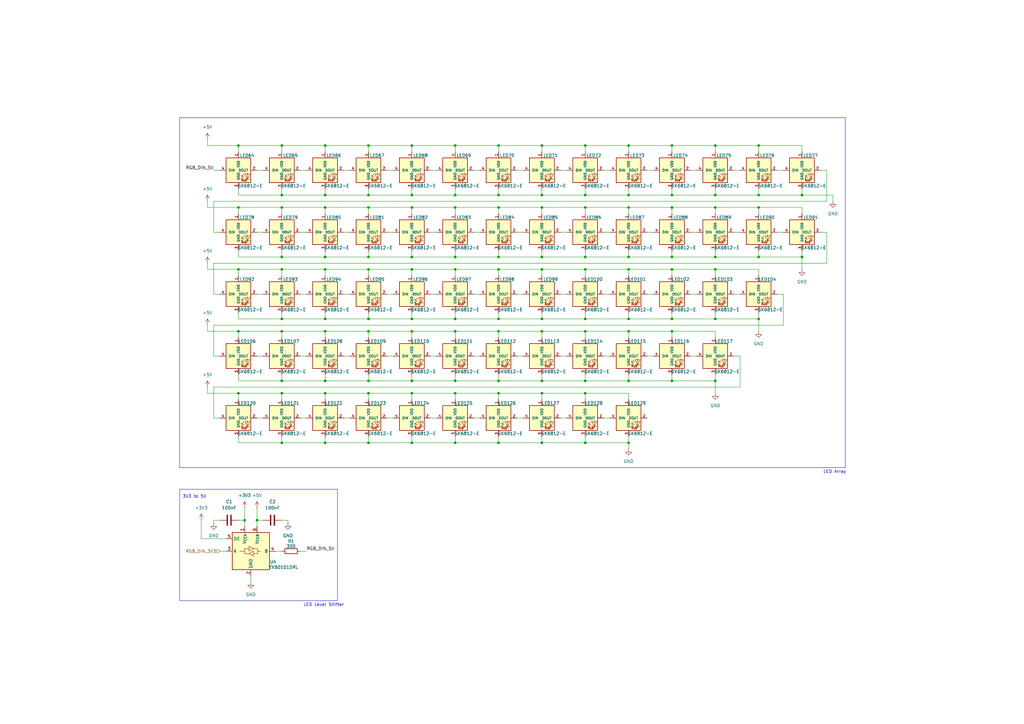
<source format=kicad_sch>
(kicad_sch (version 20250114) (generator "eeschema") (generator_version "9.0")
  (paper "A3")
  (rectangle (start 73.66 48.26) (end 346.71 191.77))
  (rectangle (start 73.66 200.66) (end 138.43 246.38))
  (text "3V3 to 5V" (at 79.756 203.708 0) (effects (font (size 1.27 1.27))))
  (text "LED Array" (at 342.392 193.548 0) (effects (font (size 1.27 1.27))))
  (text "LED Level Shifter\n" (at 124.46 248.158 0) (effects (font (size 1.27 1.27)) (justify left)))
  (junction (at 204.47 161.29))
  (junction (at 275.59 85.09))
  (junction (at 222.25 161.29))
  (junction (at 275.59 135.89))
  (junction (at 133.35 130.81))
  (junction (at 151.13 110.49))
  (junction (at 204.47 105.41))
  (junction (at 168.91 105.41))
  (junction (at 257.81 105.41))
  (junction (at 204.47 156.21))
  (junction (at 275.59 130.81))
  (junction (at 222.25 135.89))
  (junction (at 204.47 130.81))
  (junction (at 168.91 110.49))
  (junction (at 97.79 59.69))
  (junction (at 168.91 80.01))
  (junction (at 222.25 156.21))
  (junction (at 240.03 181.61))
  (junction (at 151.13 135.89))
  (junction (at 257.81 181.61))
  (junction (at 240.03 105.41))
  (junction (at 257.81 59.69))
  (junction (at 151.13 105.41))
  (junction (at 133.35 59.69))
  (junction (at 275.59 59.69))
  (junction (at 204.47 110.49))
  (junction (at 97.79 85.09))
  (junction (at 222.25 105.41))
  (junction (at 240.03 59.69))
  (junction (at 257.81 85.09))
  (junction (at 222.25 85.09))
  (junction (at 115.57 80.01))
  (junction (at 222.25 80.01))
  (junction (at 105.41 213.36))
  (junction (at 151.13 130.81))
  (junction (at 257.81 156.21))
  (junction (at 222.25 110.49))
  (junction (at 222.25 59.69))
  (junction (at 168.91 156.21))
  (junction (at 100.33 213.36))
  (junction (at 275.59 80.01))
  (junction (at 275.59 156.21))
  (junction (at 257.81 130.81))
  (junction (at 204.47 135.89))
  (junction (at 186.69 80.01))
  (junction (at 240.03 156.21))
  (junction (at 275.59 110.49))
  (junction (at 311.15 105.41))
  (junction (at 257.81 80.01))
  (junction (at 115.57 135.89))
  (junction (at 168.91 130.81))
  (junction (at 133.35 135.89))
  (junction (at 115.57 59.69))
  (junction (at 186.69 156.21))
  (junction (at 240.03 85.09))
  (junction (at 222.25 181.61))
  (junction (at 240.03 135.89))
  (junction (at 115.57 110.49))
  (junction (at 151.13 161.29))
  (junction (at 311.15 59.69))
  (junction (at 293.37 80.01))
  (junction (at 115.57 105.41))
  (junction (at 186.69 85.09))
  (junction (at 115.57 161.29))
  (junction (at 311.15 130.81))
  (junction (at 97.79 110.49))
  (junction (at 186.69 105.41))
  (junction (at 133.35 85.09))
  (junction (at 186.69 135.89))
  (junction (at 186.69 130.81))
  (junction (at 168.91 85.09))
  (junction (at 293.37 59.69))
  (junction (at 151.13 156.21))
  (junction (at 186.69 181.61))
  (junction (at 186.69 110.49))
  (junction (at 293.37 85.09))
  (junction (at 311.15 80.01))
  (junction (at 133.35 110.49))
  (junction (at 133.35 105.41))
  (junction (at 151.13 80.01))
  (junction (at 328.93 105.41))
  (junction (at 328.93 80.01))
  (junction (at 133.35 181.61))
  (junction (at 293.37 156.21))
  (junction (at 168.91 135.89))
  (junction (at 222.25 130.81))
  (junction (at 293.37 105.41))
  (junction (at 240.03 110.49))
  (junction (at 293.37 130.81))
  (junction (at 151.13 85.09))
  (junction (at 240.03 161.29))
  (junction (at 311.15 85.09))
  (junction (at 293.37 110.49))
  (junction (at 257.81 110.49))
  (junction (at 186.69 59.69))
  (junction (at 204.47 59.69))
  (junction (at 115.57 85.09))
  (junction (at 133.35 156.21))
  (junction (at 115.57 130.81))
  (junction (at 204.47 181.61))
  (junction (at 151.13 59.69))
  (junction (at 168.91 161.29))
  (junction (at 240.03 130.81))
  (junction (at 168.91 59.69))
  (junction (at 133.35 80.01))
  (junction (at 115.57 156.21))
  (junction (at 97.79 135.89))
  (junction (at 240.03 80.01))
  (junction (at 275.59 105.41))
  (junction (at 257.81 135.89))
  (junction (at 115.57 181.61))
  (junction (at 133.35 161.29))
  (junction (at 186.69 161.29))
  (junction (at 168.91 181.61))
  (junction (at 204.47 80.01))
  (junction (at 151.13 181.61))
  (junction (at 204.47 85.09))
  (junction (at 97.79 161.29))
  (wire (pts (xy 257.81 110.49) (xy 275.59 110.49)))
  (wire (pts (xy 240.03 85.09) (xy 257.81 85.09)))
  (wire (pts (xy 133.35 85.09) (xy 151.13 85.09)))
  (wire (pts (xy 240.03 135.89) (xy 240.03 138.43)))
  (wire (pts (xy 151.13 110.49) (xy 151.13 113.03)))
  (wire (pts (xy 204.47 110.49) (xy 222.25 110.49)))
  (wire (pts (xy 186.69 59.69) (xy 204.47 59.69)))
  (wire (pts (xy 293.37 59.69) (xy 311.15 59.69)))
  (wire (pts (xy 151.13 181.61) (xy 151.13 179.07)))
  (wire (pts (xy 168.91 181.61) (xy 186.69 181.61)))
  (wire (pts (xy 212.09 120.65) (xy 214.63 120.65)))
  (wire (pts (xy 321.31 120.65) (xy 321.31 133.35)))
  (wire (pts (xy 90.17 226.06) (xy 92.71 226.06)))
  (wire (pts (xy 204.47 181.61) (xy 222.25 181.61)))
  (wire (pts (xy 97.79 80.01) (xy 115.57 80.01)))
  (wire (pts (xy 300.99 120.65) (xy 303.53 120.65)))
  (wire (pts (xy 204.47 105.41) (xy 204.47 102.87)))
  (wire (pts (xy 186.69 80.01) (xy 204.47 80.01)))
  (wire (pts (xy 151.13 105.41) (xy 151.13 102.87)))
  (wire (pts (xy 168.91 156.21) (xy 168.91 153.67)))
  (wire (pts (xy 275.59 110.49) (xy 275.59 113.03)))
  (wire (pts (xy 123.19 171.45) (xy 125.73 171.45)))
  (wire (pts (xy 115.57 59.69) (xy 133.35 59.69)))
  (wire (pts (xy 240.03 156.21) (xy 257.81 156.21)))
  (wire (pts (xy 176.53 95.25) (xy 179.07 95.25)))
  (wire (pts (xy 133.35 105.41) (xy 151.13 105.41)))
  (wire (pts (xy 168.91 85.09) (xy 168.91 87.63)))
  (wire (pts (xy 133.35 181.61) (xy 151.13 181.61)))
  (wire (pts (xy 194.31 120.65) (xy 196.85 120.65)))
  (wire (pts (xy 311.15 59.69) (xy 311.15 62.23)))
  (wire (pts (xy 115.57 110.49) (xy 115.57 113.03)))
  (wire (pts (xy 247.65 95.25) (xy 250.19 95.25)))
  (wire (pts (xy 168.91 181.61) (xy 168.91 179.07)))
  (wire (pts (xy 311.15 80.01) (xy 328.93 80.01)))
  (wire (pts (xy 293.37 135.89) (xy 293.37 138.43)))
  (wire (pts (xy 87.63 82.55) (xy 87.63 95.25)))
  (wire (pts (xy 92.71 220.98) (xy 82.55 220.98)))
  (wire (pts (xy 339.09 69.85) (xy 339.09 82.55)))
  (wire (pts (xy 123.19 95.25) (xy 125.73 95.25)))
  (wire (pts (xy 229.87 146.05) (xy 232.41 146.05)))
  (wire (pts (xy 222.25 85.09) (xy 240.03 85.09)))
  (wire (pts (xy 87.63 146.05) (xy 90.17 146.05)))
  (wire (pts (xy 151.13 59.69) (xy 151.13 62.23)))
  (wire (pts (xy 133.35 135.89) (xy 151.13 135.89)))
  (wire (pts (xy 151.13 85.09) (xy 168.91 85.09)))
  (wire (pts (xy 240.03 156.21) (xy 240.03 153.67)))
  (wire (pts (xy 97.79 85.09) (xy 115.57 85.09)))
  (wire (pts (xy 186.69 85.09) (xy 204.47 85.09)))
  (wire (pts (xy 257.81 59.69) (xy 275.59 59.69)))
  (wire (pts (xy 168.91 161.29) (xy 168.91 163.83)))
  (wire (pts (xy 222.25 161.29) (xy 222.25 163.83)))
  (wire (pts (xy 222.25 181.61) (xy 222.25 179.07)))
  (wire (pts (xy 311.15 105.41) (xy 311.15 102.87)))
  (wire (pts (xy 328.93 59.69) (xy 328.93 62.23)))
  (wire (pts (xy 257.81 85.09) (xy 275.59 85.09)))
  (wire (pts (xy 97.79 135.89) (xy 115.57 135.89)))
  (wire (pts (xy 222.25 181.61) (xy 240.03 181.61)))
  (wire (pts (xy 222.25 80.01) (xy 240.03 80.01)))
  (wire (pts (xy 87.63 133.35) (xy 87.63 146.05)))
  (wire (pts (xy 133.35 156.21) (xy 133.35 153.67)))
  (wire (pts (xy 293.37 105.41) (xy 293.37 102.87)))
  (wire (pts (xy 85.09 135.89) (xy 97.79 135.89)))
  (wire (pts (xy 115.57 80.01) (xy 115.57 77.47)))
  (wire (pts (xy 168.91 85.09) (xy 186.69 85.09)))
  (wire (pts (xy 300.99 95.25) (xy 303.53 95.25)))
  (wire (pts (xy 97.79 161.29) (xy 97.79 163.83)))
  (wire (pts (xy 158.75 146.05) (xy 161.29 146.05)))
  (wire (pts (xy 176.53 69.85) (xy 179.07 69.85)))
  (wire (pts (xy 222.25 105.41) (xy 222.25 102.87)))
  (wire (pts (xy 303.53 158.75) (xy 87.63 158.75)))
  (wire (pts (xy 204.47 59.69) (xy 204.47 62.23)))
  (wire (pts (xy 222.25 105.41) (xy 240.03 105.41)))
  (wire (pts (xy 168.91 110.49) (xy 168.91 113.03)))
  (wire (pts (xy 151.13 85.09) (xy 151.13 87.63)))
  (wire (pts (xy 240.03 59.69) (xy 257.81 59.69)))
  (wire (pts (xy 275.59 156.21) (xy 275.59 153.67)))
  (wire (pts (xy 133.35 130.81) (xy 133.35 128.27)))
  (wire (pts (xy 115.57 130.81) (xy 115.57 128.27)))
  (wire (pts (xy 328.93 80.01) (xy 328.93 77.47)))
  (wire (pts (xy 275.59 59.69) (xy 275.59 62.23)))
  (wire (pts (xy 186.69 80.01) (xy 186.69 77.47)))
  (wire (pts (xy 240.03 105.41) (xy 257.81 105.41)))
  (wire (pts (xy 311.15 105.41) (xy 328.93 105.41)))
  (wire (pts (xy 176.53 171.45) (xy 179.07 171.45)))
  (wire (pts (xy 257.81 161.29) (xy 257.81 163.83)))
  (wire (pts (xy 97.79 80.01) (xy 97.79 77.47)))
  (wire (pts (xy 115.57 181.61) (xy 133.35 181.61)))
  (wire (pts (xy 222.25 80.01) (xy 222.25 77.47)))
  (wire (pts (xy 97.79 161.29) (xy 115.57 161.29)))
  (wire (pts (xy 140.97 146.05) (xy 143.51 146.05)))
  (wire (pts (xy 300.99 146.05) (xy 303.53 146.05)))
  (wire (pts (xy 105.41 95.25) (xy 107.95 95.25)))
  (wire (pts (xy 311.15 80.01) (xy 311.15 77.47)))
  (wire (pts (xy 204.47 130.81) (xy 222.25 130.81)))
  (wire (pts (xy 275.59 85.09) (xy 293.37 85.09)))
  (wire (pts (xy 341.63 80.01) (xy 328.93 80.01)))
  (wire (pts (xy 222.25 156.21) (xy 240.03 156.21)))
  (wire (pts (xy 186.69 161.29) (xy 186.69 163.83)))
  (wire (pts (xy 293.37 80.01) (xy 311.15 80.01)))
  (wire (pts (xy 311.15 85.09) (xy 328.93 85.09)))
  (wire (pts (xy 100.33 208.28) (xy 100.33 213.36)))
  (wire (pts (xy 151.13 59.69) (xy 168.91 59.69)))
  (wire (pts (xy 151.13 135.89) (xy 151.13 138.43)))
  (wire (pts (xy 293.37 110.49) (xy 293.37 113.03)))
  (wire (pts (xy 115.57 161.29) (xy 115.57 163.83)))
  (wire (pts (xy 257.81 184.15) (xy 257.81 181.61)))
  (wire (pts (xy 97.79 110.49) (xy 97.79 113.03)))
  (wire (pts (xy 168.91 130.81) (xy 186.69 130.81)))
  (wire (pts (xy 97.79 181.61) (xy 97.79 179.07)))
  (wire (pts (xy 283.21 69.85) (xy 285.75 69.85)))
  (wire (pts (xy 194.31 69.85) (xy 196.85 69.85)))
  (wire (pts (xy 115.57 156.21) (xy 115.57 153.67)))
  (wire (pts (xy 87.63 171.45) (xy 90.17 171.45)))
  (wire (pts (xy 318.77 69.85) (xy 321.31 69.85)))
  (wire (pts (xy 186.69 105.41) (xy 204.47 105.41)))
  (wire (pts (xy 151.13 156.21) (xy 168.91 156.21)))
  (wire (pts (xy 97.79 85.09) (xy 97.79 87.63)))
  (wire (pts (xy 151.13 161.29) (xy 168.91 161.29)))
  (wire (pts (xy 240.03 135.89) (xy 257.81 135.89)))
  (wire (pts (xy 293.37 161.29) (xy 293.37 156.21)))
  (wire (pts (xy 339.09 107.95) (xy 87.63 107.95)))
  (wire (pts (xy 123.19 69.85) (xy 125.73 69.85)))
  (wire (pts (xy 85.09 82.55) (xy 85.09 85.09)))
  (wire (pts (xy 168.91 135.89) (xy 168.91 138.43)))
  (wire (pts (xy 204.47 59.69) (xy 222.25 59.69)))
  (wire (pts (xy 85.09 85.09) (xy 97.79 85.09)))
  (wire (pts (xy 168.91 105.41) (xy 168.91 102.87)))
  (wire (pts (xy 321.31 133.35) (xy 87.63 133.35)))
  (wire (pts (xy 275.59 130.81) (xy 275.59 128.27)))
  (wire (pts (xy 118.11 213.36) (xy 115.57 213.36)))
  (wire (pts (xy 204.47 80.01) (xy 204.47 77.47)))
  (wire (pts (xy 87.63 214.63) (xy 87.63 213.36)))
  (wire (pts (xy 311.15 110.49) (xy 311.15 113.03)))
  (wire (pts (xy 82.55 220.98) (xy 82.55 213.36)))
  (wire (pts (xy 168.91 156.21) (xy 186.69 156.21)))
  (wire (pts (xy 123.19 146.05) (xy 125.73 146.05)))
  (wire (pts (xy 283.21 120.65) (xy 285.75 120.65)))
  (wire (pts (xy 229.87 69.85) (xy 232.41 69.85)))
  (wire (pts (xy 240.03 105.41) (xy 240.03 102.87)))
  (wire (pts (xy 168.91 130.81) (xy 168.91 128.27)))
  (wire (pts (xy 275.59 156.21) (xy 293.37 156.21)))
  (wire (pts (xy 257.81 105.41) (xy 275.59 105.41)))
  (wire (pts (xy 87.63 158.75) (xy 87.63 171.45)))
  (wire (pts (xy 151.13 80.01) (xy 168.91 80.01)))
  (wire (pts (xy 240.03 110.49) (xy 240.03 113.03)))
  (wire (pts (xy 283.21 95.25) (xy 285.75 95.25)))
  (wire (pts (xy 133.35 59.69) (xy 151.13 59.69)))
  (wire (pts (xy 257.81 130.81) (xy 275.59 130.81)))
  (wire (pts (xy 257.81 80.01) (xy 257.81 77.47)))
  (wire (pts (xy 140.97 95.25) (xy 143.51 95.25)))
  (wire (pts (xy 336.55 69.85) (xy 339.09 69.85)))
  (wire (pts (xy 151.13 156.21) (xy 151.13 153.67)))
  (wire (pts (xy 186.69 110.49) (xy 204.47 110.49)))
  (wire (pts (xy 186.69 156.21) (xy 204.47 156.21)))
  (wire (pts (xy 293.37 156.21) (xy 293.37 153.67)))
  (wire (pts (xy 85.09 57.15) (xy 85.09 59.69)))
  (wire (pts (xy 204.47 135.89) (xy 204.47 138.43)))
  (wire (pts (xy 257.81 135.89) (xy 275.59 135.89)))
  (wire (pts (xy 115.57 105.41) (xy 133.35 105.41)))
  (wire (pts (xy 151.13 181.61) (xy 168.91 181.61)))
  (wire (pts (xy 339.09 82.55) (xy 87.63 82.55)))
  (wire (pts (xy 115.57 161.29) (xy 133.35 161.29)))
  (wire (pts (xy 186.69 135.89) (xy 204.47 135.89)))
  (wire (pts (xy 140.97 69.85) (xy 143.51 69.85)))
  (wire (pts (xy 168.91 59.69) (xy 186.69 59.69)))
  (wire (pts (xy 133.35 80.01) (xy 151.13 80.01)))
  (wire (pts (xy 204.47 105.41) (xy 222.25 105.41)))
  (wire (pts (xy 186.69 181.61) (xy 186.69 179.07)))
  (wire (pts (xy 222.25 135.89) (xy 240.03 135.89)))
  (wire (pts (xy 212.09 95.25) (xy 214.63 95.25)))
  (wire (pts (xy 115.57 156.21) (xy 133.35 156.21)))
  (wire (pts (xy 115.57 110.49) (xy 133.35 110.49)))
  (wire (pts (xy 87.63 107.95) (xy 87.63 120.65)))
  (wire (pts (xy 133.35 110.49) (xy 151.13 110.49)))
  (wire (pts (xy 115.57 85.09) (xy 115.57 87.63)))
  (wire (pts (xy 265.43 69.85) (xy 267.97 69.85)))
  (wire (pts (xy 229.87 120.65) (xy 232.41 120.65)))
  (wire (pts (xy 275.59 59.69) (xy 293.37 59.69)))
  (wire (pts (xy 97.79 135.89) (xy 97.79 138.43)))
  (wire (pts (xy 222.25 130.81) (xy 240.03 130.81)))
  (wire (pts (xy 257.81 105.41) (xy 257.81 102.87)))
  (wire (pts (xy 105.41 171.45) (xy 107.95 171.45)))
  (wire (pts (xy 87.63 95.25) (xy 90.17 95.25)))
  (wire (pts (xy 105.41 120.65) (xy 107.95 120.65)))
  (wire (pts (xy 222.25 110.49) (xy 240.03 110.49)))
  (wire (pts (xy 97.79 110.49) (xy 115.57 110.49)))
  (wire (pts (xy 133.35 110.49) (xy 133.35 113.03)))
  (wire (pts (xy 257.81 85.09) (xy 257.81 87.63)))
  (wire (pts (xy 133.35 130.81) (xy 151.13 130.81)))
  (wire (pts (xy 275.59 105.41) (xy 293.37 105.41)))
  (wire (pts (xy 311.15 130.81) (xy 311.15 128.27)))
  (wire (pts (xy 151.13 110.49) (xy 168.91 110.49)))
  (wire (pts (xy 100.33 215.9) (xy 100.33 213.36)))
  (wire (pts (xy 212.09 69.85) (xy 214.63 69.85)))
  (wire (pts (xy 240.03 110.49) (xy 257.81 110.49)))
  (wire (pts (xy 85.09 107.95) (xy 85.09 110.49)))
  (wire (pts (xy 133.35 135.89) (xy 133.35 138.43)))
  (wire (pts (xy 204.47 181.61) (xy 204.47 179.07)))
  (wire (pts (xy 97.79 213.36) (xy 100.33 213.36)))
  (wire (pts (xy 240.03 130.81) (xy 240.03 128.27)))
  (wire (pts (xy 275.59 130.81) (xy 293.37 130.81)))
  (wire (pts (xy 311.15 135.89) (xy 311.15 130.81)))
  (wire (pts (xy 328.93 110.49) (xy 328.93 105.41)))
  (wire (pts (xy 257.81 156.21) (xy 257.81 153.67)))
  (wire (pts (xy 133.35 80.01) (xy 133.35 77.47)))
  (wire (pts (xy 293.37 130.81) (xy 293.37 128.27)))
  (wire (pts (xy 87.63 120.65) (xy 90.17 120.65)))
  (wire (pts (xy 283.21 146.05) (xy 285.75 146.05)))
  (wire (pts (xy 275.59 80.01) (xy 293.37 80.01)))
  (wire (pts (xy 293.37 85.09) (xy 293.37 87.63)))
  (wire (pts (xy 222.25 85.09) (xy 222.25 87.63)))
  (wire (pts (xy 123.19 120.65) (xy 125.73 120.65)))
  (wire (pts (xy 275.59 85.09) (xy 275.59 87.63)))
  (wire (pts (xy 257.81 59.69) (xy 257.81 62.23)))
  (wire (pts (xy 240.03 181.61) (xy 240.03 179.07)))
  (wire (pts (xy 168.91 105.41) (xy 186.69 105.41)))
  (wire (pts (xy 303.53 146.05) (xy 303.53 158.75)))
  (wire (pts (xy 176.53 120.65) (xy 179.07 120.65)))
  (wire (pts (xy 257.81 181.61) (xy 257.81 179.07)))
  (wire (pts (xy 186.69 59.69) (xy 186.69 62.23)))
  (wire (pts (xy 328.93 105.41) (xy 328.93 102.87)))
  (wire (pts (xy 293.37 85.09) (xy 311.15 85.09)))
  (wire (pts (xy 212.09 171.45) (xy 214.63 171.45)))
  (wire (pts (xy 275.59 135.89) (xy 275.59 138.43)))
  (wire (pts (xy 204.47 130.81) (xy 204.47 128.27)))
  (wire (pts (xy 151.13 105.41) (xy 168.91 105.41)))
  (wire (pts (xy 229.87 95.25) (xy 232.41 95.25)))
  (wire (pts (xy 151.13 161.29) (xy 151.13 163.83)))
  (wire (pts (xy 186.69 181.61) (xy 204.47 181.61)))
  (wire (pts (xy 204.47 156.21) (xy 204.47 153.67)))
  (wire (pts (xy 168.91 135.89) (xy 186.69 135.89)))
  (wire (pts (xy 257.81 130.81) (xy 257.81 128.27)))
  (wire (pts (xy 275.59 110.49) (xy 293.37 110.49)))
  (wire (pts (xy 133.35 105.41) (xy 133.35 102.87)))
  (wire (pts (xy 293.37 80.01) (xy 293.37 77.47)))
  (wire (pts (xy 158.75 171.45) (xy 161.29 171.45)))
  (wire (pts (xy 341.63 82.55) (xy 341.63 80.01)))
  (wire (pts (xy 186.69 130.81) (xy 204.47 130.81)))
  (wire (pts (xy 194.31 95.25) (xy 196.85 95.25)))
  (wire (pts (xy 204.47 156.21) (xy 222.25 156.21)))
  (wire (pts (xy 247.65 69.85) (xy 250.19 69.85)))
  (wire (pts (xy 97.79 59.69) (xy 97.79 62.23)))
  (wire (pts (xy 85.09 59.69) (xy 97.79 59.69)))
  (wire (pts (xy 186.69 135.89) (xy 186.69 138.43)))
  (wire (pts (xy 240.03 80.01) (xy 257.81 80.01)))
  (wire (pts (xy 222.25 161.29) (xy 240.03 161.29)))
  (wire (pts (xy 115.57 135.89) (xy 133.35 135.89)))
  (wire (pts (xy 240.03 181.61) (xy 257.81 181.61)))
  (wire (pts (xy 97.79 181.61) (xy 115.57 181.61)))
  (wire (pts (xy 85.09 110.49) (xy 97.79 110.49)))
  (wire (pts (xy 311.15 85.09) (xy 311.15 87.63)))
  (wire (pts (xy 275.59 80.01) (xy 275.59 77.47)))
  (wire (pts (xy 194.31 171.45) (xy 196.85 171.45)))
  (wire (pts (xy 105.41 213.36) (xy 107.95 213.36)))
  (wire (pts (xy 176.53 146.05) (xy 179.07 146.05)))
  (wire (pts (xy 115.57 85.09) (xy 133.35 85.09)))
  (wire (pts (xy 240.03 130.81) (xy 257.81 130.81)))
  (wire (pts (xy 115.57 135.89) (xy 115.57 138.43)))
  (wire (pts (xy 204.47 85.09) (xy 204.47 87.63)))
  (wire (pts (xy 168.91 161.29) (xy 186.69 161.29)))
  (wire (pts (xy 151.13 130.81) (xy 168.91 130.81)))
  (wire (pts (xy 115.57 181.61) (xy 115.57 179.07)))
  (wire (pts (xy 293.37 105.41) (xy 311.15 105.41)))
  (wire (pts (xy 247.65 171.45) (xy 250.19 171.45)))
  (wire (pts (xy 240.03 80.01) (xy 240.03 77.47)))
  (wire (pts (xy 204.47 85.09) (xy 222.25 85.09)))
  (wire (pts (xy 328.93 85.09) (xy 328.93 87.63)))
  (wire (pts (xy 265.43 95.25) (xy 267.97 95.25)))
  (wire (pts (xy 168.91 110.49) (xy 186.69 110.49)))
  (wire (pts (xy 158.75 120.65) (xy 161.29 120.65)))
  (wire (pts (xy 257.81 135.89) (xy 257.81 138.43)))
  (wire (pts (xy 97.79 105.41) (xy 97.79 102.87)))
  (wire (pts (xy 133.35 59.69) (xy 133.35 62.23)))
  (wire (pts (xy 105.41 146.05) (xy 107.95 146.05)))
  (wire (pts (xy 115.57 130.81) (xy 133.35 130.81)))
  (wire (pts (xy 318.77 95.25) (xy 321.31 95.25)))
  (wire (pts (xy 240.03 161.29) (xy 240.03 163.83)))
  (wire (pts (xy 194.31 146.05) (xy 196.85 146.05)))
  (wire (pts (xy 97.79 105.41) (xy 115.57 105.41)))
  (wire (pts (xy 293.37 59.69) (xy 293.37 62.23)))
  (wire (pts (xy 204.47 110.49) (xy 204.47 113.03)))
  (wire (pts (xy 140.97 171.45) (xy 143.51 171.45)))
  (wire (pts (xy 293.37 130.81) (xy 311.15 130.81)))
  (wire (pts (xy 247.65 146.05) (xy 250.19 146.05)))
  (wire (pts (xy 212.09 146.05) (xy 214.63 146.05)))
  (wire (pts (xy 87.63 69.85) (xy 90.17 69.85)))
  (wire (pts (xy 105.41 215.9) (xy 105.41 213.36)))
  (wire (pts (xy 204.47 161.29) (xy 204.47 163.83)))
  (wire (pts (xy 133.35 156.21) (xy 151.13 156.21)))
  (wire (pts (xy 85.09 158.75) (xy 85.09 161.29)))
  (wire (pts (xy 140.97 120.65) (xy 143.51 120.65)))
  (wire (pts (xy 168.91 80.01) (xy 168.91 77.47)))
  (wire (pts (xy 158.75 95.25) (xy 161.29 95.25)))
  (wire (pts (xy 85.09 133.35) (xy 85.09 135.89)))
  (wire (pts (xy 133.35 85.09) (xy 133.35 87.63)))
  (wire (pts (xy 97.79 156.21) (xy 115.57 156.21)))
  (wire (pts (xy 204.47 80.01) (xy 222.25 80.01)))
  (wire (pts (xy 222.25 59.69) (xy 240.03 59.69)))
  (wire (pts (xy 105.41 208.28) (xy 105.41 213.36)))
  (wire (pts (xy 222.25 156.21) (xy 222.25 153.67)))
  (wire (pts (xy 105.41 69.85) (xy 107.95 69.85)))
  (wire (pts (xy 293.37 110.49) (xy 311.15 110.49)))
  (wire (pts (xy 115.57 226.06) (xy 113.03 226.06)))
  (wire (pts (xy 339.09 95.25) (xy 339.09 107.95)))
  (wire (pts (xy 168.91 59.69) (xy 168.91 62.23)))
  (wire (pts (xy 265.43 146.05) (xy 267.97 146.05)))
  (wire (pts (xy 204.47 161.29) (xy 222.25 161.29)))
  (wire (pts (xy 186.69 161.29) (xy 204.47 161.29)))
  (wire (pts (xy 300.99 69.85) (xy 303.53 69.85)))
  (wire (pts (xy 240.03 85.09) (xy 240.03 87.63)))
  (wire (pts (xy 97.79 156.21) (xy 97.79 153.67)))
  (wire (pts (xy 133.35 161.29) (xy 133.35 163.83)))
  (wire (pts (xy 151.13 80.01) (xy 151.13 77.47)))
  (wire (pts (xy 123.19 226.06) (xy 125.73 226.06)))
  (wire (pts (xy 240.03 161.29) (xy 257.81 161.29)))
  (wire (pts (xy 118.11 214.63) (xy 118.11 213.36)))
  (wire (pts (xy 222.25 110.49) (xy 222.25 113.03)))
  (wire (pts (xy 133.35 181.61) (xy 133.35 179.07)))
  (wire (pts (xy 97.79 59.69) (xy 115.57 59.69)))
  (wire (pts (xy 151.13 130.81) (xy 151.13 128.27)))
  (wire (pts (xy 275.59 105.41) (xy 275.59 102.87)))
  (wire (pts (xy 115.57 59.69) (xy 115.57 62.23)))
  (wire (pts (xy 265.43 120.65) (xy 267.97 120.65)))
  (wire (pts (xy 115.57 105.41) (xy 115.57 102.87)))
  (wire (pts (xy 186.69 105.41) (xy 186.69 102.87)))
  (wire (pts (xy 229.87 171.45) (xy 232.41 171.45)))
  (wire (pts (xy 186.69 110.49) (xy 186.69 113.03)))
  (wire (pts (xy 115.57 80.01) (xy 133.35 80.01)))
  (wire (pts (xy 275.59 135.89) (xy 293.37 135.89)))
  (wire (pts (xy 222.25 130.81) (xy 222.25 128.27)))
  (wire (pts (xy 222.25 59.69) (xy 222.25 62.23)))
  (wire (pts (xy 204.47 135.89) (xy 222.25 135.89)))
  (wire (pts (xy 336.55 95.25) (xy 339.09 95.25)))
  (wire (pts (xy 311.15 59.69) (xy 328.93 59.69)))
  (wire (pts (xy 151.13 135.89) (xy 168.91 135.89)))
  (wire (pts (xy 222.25 135.89) (xy 222.25 138.43)))
  (wire (pts (xy 186.69 85.09) (xy 186.69 87.63)))
  (wire (pts (xy 257.81 80.01) (xy 275.59 80.01)))
  (wire (pts (xy 257.81 156.21) (xy 275.59 156.21)))
  (wire (pts (xy 133.35 161.29) (xy 151.13 161.29)))
  (wire (pts (xy 158.75 69.85) (xy 161.29 69.85)))
  (wire (pts (xy 85.09 161.29) (xy 97.79 161.29)))
  (wire (pts (xy 240.03 59.69) (xy 240.03 62.23)))
  (wire (pts (xy 257.81 110.49) (xy 257.81 113.03)))
  (wire (pts (xy 87.63 213.36) (xy 90.17 213.36)))
  (wire (pts (xy 318.77 120.65) (xy 321.31 120.65)))
  (wire (pts (xy 186.69 130.81) (xy 186.69 128.27)))
  (wire (pts (xy 168.91 80.01) (xy 186.69 80.01)))
  (wire (pts (xy 247.65 120.65) (xy 250.19 120.65)))
  (wire (pts (xy 97.79 130.81) (xy 97.79 128.27)))
  (wire (pts (xy 102.87 238.76) (xy 102.87 236.22)))
  (wire (pts (xy 186.69 156.21) (xy 186.69 153.67)))
  (wire (pts (xy 97.79 130.81) (xy 115.57 130.81)))
  (label "RGB_DIN_5V" (at 125.73 226.06 0))
  (label "RGB_DIN_5V" (at 87.63 69.85 180))
  (hierarchical_label "RGB_DIN_3V3" (shape input) (at 90.17 226.06 180))
  (symbol (lib_id "SK6812-E:SK6812-E") (at 293.37 95.25 0) (unit 1)
    (property "Reference" "LED89" (at 296.926 89.154 0))
    (property "Value" "SK6812-E" (at 298.196 101.6 0))
    (property "Footprint" "SK6812-E:LED_SK6812-E" (effects (hide yes)))
    (property "MF" "DONGGUANG OPSCO OPTOELECTRONICS CO., LTD" (effects (hide yes)))
    (property "MAXIMUM_PACKAGE_HEIGHT" "0.84mm" (effects (hide yes)))
    (property "Package" "Package" (effects (hide yes)))
    (property "Price" "None" (effects (hide yes)))
    (property "Check_prices" "https://www.snapeda.com/parts/SK6812-E/DONGGUANG+OPSCO+OPTOELECTRONICS+CO.%252C+LTD/view-part/?ref=eda" (effects (hide yes)))
    (property "STANDARD" "Manufacturer recommendations" (effects (hide yes)))
    (property "PARTREV" "2" (effects (hide yes)))
    (property "SnapEDA_Link" "https://www.snapeda.com/parts/SK6812-E/DONGGUANG+OPSCO+OPTOELECTRONICS+CO.%252C+LTD/view-part/?ref=snap" (effects (hide yes)))
    (property "MP" "SK6812-E" (effects (hide yes)))
    (property "Description_1" "SK6812MINI-E is a smart LED control circuit and light emitting circuit in one controlled LED source, which has the shape of a 3528  LED chip." (effects (hide yes)))
    (property "Availability" "Not in stock" (effects (hide yes)))
    (property "MANUFACTURER" "DONGGUANG OPSCO" (effects (hide yes)))
  )
  (symbol (lib_id "SK6812-E:SK6812-E") (at 257.81 69.85 0) (unit 1)
    (property "Reference" "LED73" (at 261.366 63.754 0))
    (property "Value" "SK6812-E" (at 262.636 76.2 0))
    (property "Footprint" "SK6812-E:LED_SK6812-E" (effects (hide yes)))
    (property "MF" "DONGGUANG OPSCO OPTOELECTRONICS CO., LTD" (effects (hide yes)))
    (property "MAXIMUM_PACKAGE_HEIGHT" "0.84mm" (effects (hide yes)))
    (property "Package" "Package" (effects (hide yes)))
    (property "Price" "None" (effects (hide yes)))
    (property "Check_prices" "https://www.snapeda.com/parts/SK6812-E/DONGGUANG+OPSCO+OPTOELECTRONICS+CO.%252C+LTD/view-part/?ref=eda" (effects (hide yes)))
    (property "STANDARD" "Manufacturer recommendations" (effects (hide yes)))
    (property "PARTREV" "2" (effects (hide yes)))
    (property "SnapEDA_Link" "https://www.snapeda.com/parts/SK6812-E/DONGGUANG+OPSCO+OPTOELECTRONICS+CO.%252C+LTD/view-part/?ref=snap" (effects (hide yes)))
    (property "MP" "SK6812-E" (effects (hide yes)))
    (property "Description_1" "SK6812MINI-E is a smart LED control circuit and light emitting circuit in one controlled LED source, which has the shape of a 3528  LED chip." (effects (hide yes)))
    (property "Availability" "Not in stock" (effects (hide yes)))
    (property "MANUFACTURER" "DONGGUANG OPSCO" (effects (hide yes)))
  )
  (symbol (lib_id "SK6812-E:SK6812-E") (at 97.79 95.25 0) (unit 1)
    (property "Reference" "LED78" (at 101.346 89.154 0))
    (property "Value" "SK6812-E" (at 102.616 101.6 0))
    (property "Footprint" "SK6812-E:LED_SK6812-E" (effects (hide yes)))
    (property "MF" "DONGGUANG OPSCO OPTOELECTRONICS CO., LTD" (effects (hide yes)))
    (property "MAXIMUM_PACKAGE_HEIGHT" "0.84mm" (effects (hide yes)))
    (property "Package" "Package" (effects (hide yes)))
    (property "Price" "None" (effects (hide yes)))
    (property "Check_prices" "https://www.snapeda.com/parts/SK6812-E/DONGGUANG+OPSCO+OPTOELECTRONICS+CO.%252C+LTD/view-part/?ref=eda" (effects (hide yes)))
    (property "STANDARD" "Manufacturer recommendations" (effects (hide yes)))
    (property "PARTREV" "2" (effects (hide yes)))
    (property "SnapEDA_Link" "https://www.snapeda.com/parts/SK6812-E/DONGGUANG+OPSCO+OPTOELECTRONICS+CO.%252C+LTD/view-part/?ref=snap" (effects (hide yes)))
    (property "MP" "SK6812-E" (effects (hide yes)))
    (property "Description_1" "SK6812MINI-E is a smart LED control circuit and light emitting circuit in one controlled LED source, which has the shape of a 3528  LED chip." (effects (hide yes)))
    (property "Availability" "Not in stock" (effects (hide yes)))
    (property "MANUFACTURER" "DONGGUANG OPSCO" (effects (hide yes)))
  )
  (symbol (lib_id "SK6812-E:SK6812-E") (at 151.13 95.25 0) (unit 1)
    (property "Reference" "LED81" (at 154.686 89.154 0))
    (property "Value" "SK6812-E" (at 155.956 101.6 0))
    (property "Footprint" "SK6812-E:LED_SK6812-E" (effects (hide yes)))
    (property "MF" "DONGGUANG OPSCO OPTOELECTRONICS CO., LTD" (effects (hide yes)))
    (property "MAXIMUM_PACKAGE_HEIGHT" "0.84mm" (effects (hide yes)))
    (property "Package" "Package" (effects (hide yes)))
    (property "Price" "None" (effects (hide yes)))
    (property "Check_prices" "https://www.snapeda.com/parts/SK6812-E/DONGGUANG+OPSCO+OPTOELECTRONICS+CO.%252C+LTD/view-part/?ref=eda" (effects (hide yes)))
    (property "STANDARD" "Manufacturer recommendations" (effects (hide yes)))
    (property "PARTREV" "2" (effects (hide yes)))
    (property "SnapEDA_Link" "https://www.snapeda.com/parts/SK6812-E/DONGGUANG+OPSCO+OPTOELECTRONICS+CO.%252C+LTD/view-part/?ref=snap" (effects (hide yes)))
    (property "MP" "SK6812-E" (effects (hide yes)))
    (property "Description_1" "SK6812MINI-E is a smart LED control circuit and light emitting circuit in one controlled LED source, which has the shape of a 3528  LED chip." (effects (hide yes)))
    (property "Availability" "Not in stock" (effects (hide yes)))
    (property "MANUFACTURER" "DONGGUANG OPSCO" (effects (hide yes)))
  )
  (symbol (lib_id "SK6812-E:SK6812-E") (at 151.13 171.45 0) (unit 1)
    (property "Reference" "LED123" (at 154.686 165.354 0))
    (property "Value" "SK6812-E" (at 155.956 177.8 0))
    (property "Footprint" "SK6812-E:LED_SK6812-E" (effects (hide yes)))
    (property "MF" "DONGGUANG OPSCO OPTOELECTRONICS CO., LTD" (effects (hide yes)))
    (property "MAXIMUM_PACKAGE_HEIGHT" "0.84mm" (effects (hide yes)))
    (property "Package" "Package" (effects (hide yes)))
    (property "Price" "None" (effects (hide yes)))
    (property "Check_prices" "https://www.snapeda.com/parts/SK6812-E/DONGGUANG+OPSCO+OPTOELECTRONICS+CO.%252C+LTD/view-part/?ref=eda" (effects (hide yes)))
    (property "STANDARD" "Manufacturer recommendations" (effects (hide yes)))
    (property "PARTREV" "2" (effects (hide yes)))
    (property "SnapEDA_Link" "https://www.snapeda.com/parts/SK6812-E/DONGGUANG+OPSCO+OPTOELECTRONICS+CO.%252C+LTD/view-part/?ref=snap" (effects (hide yes)))
    (property "MP" "SK6812-E" (effects (hide yes)))
    (property "Description_1" "SK6812MINI-E is a smart LED control circuit and light emitting circuit in one controlled LED source, which has the shape of a 3528  LED chip." (effects (hide yes)))
    (property "Availability" "Not in stock" (effects (hide yes)))
    (property "MANUFACTURER" "DONGGUANG OPSCO" (effects (hide yes)))
  )
  (symbol (lib_id "SK6812-E:SK6812-E") (at 293.37 146.05 0) (unit 1)
    (property "Reference" "LED117" (at 296.926 139.954 0))
    (property "Value" "SK6812-E" (at 298.196 152.4 0))
    (property "Footprint" "SK6812-E:LED_SK6812-E" (effects (hide yes)))
    (property "MF" "DONGGUANG OPSCO OPTOELECTRONICS CO., LTD" (effects (hide yes)))
    (property "MAXIMUM_PACKAGE_HEIGHT" "0.84mm" (effects (hide yes)))
    (property "Package" "Package" (effects (hide yes)))
    (property "Price" "None" (effects (hide yes)))
    (property "Check_prices" "https://www.snapeda.com/parts/SK6812-E/DONGGUANG+OPSCO+OPTOELECTRONICS+CO.%252C+LTD/view-part/?ref=eda" (effects (hide yes)))
    (property "STANDARD" "Manufacturer recommendations" (effects (hide yes)))
    (property "PARTREV" "2" (effects (hide yes)))
    (property "SnapEDA_Link" "https://www.snapeda.com/parts/SK6812-E/DONGGUANG+OPSCO+OPTOELECTRONICS+CO.%252C+LTD/view-part/?ref=snap" (effects (hide yes)))
    (property "MP" "SK6812-E" (effects (hide yes)))
    (property "Description_1" "SK6812MINI-E is a smart LED control circuit and light emitting circuit in one controlled LED source, which has the shape of a 3528  LED chip." (effects (hide yes)))
    (property "Availability" "Not in stock" (effects (hide yes)))
    (property "MANUFACTURER" "DONGGUANG OPSCO" (effects (hide yes)))
  )
  (symbol (lib_id "SK6812-E:SK6812-E") (at 275.59 69.85 0) (unit 1)
    (property "Reference" "LED74" (at 279.146 63.754 0))
    (property "Value" "SK6812-E" (at 280.416 76.2 0))
    (property "Footprint" "SK6812-E:LED_SK6812-E" (effects (hide yes)))
    (property "MF" "DONGGUANG OPSCO OPTOELECTRONICS CO., LTD" (effects (hide yes)))
    (property "MAXIMUM_PACKAGE_HEIGHT" "0.84mm" (effects (hide yes)))
    (property "Package" "Package" (effects (hide yes)))
    (property "Price" "None" (effects (hide yes)))
    (property "Check_prices" "https://www.snapeda.com/parts/SK6812-E/DONGGUANG+OPSCO+OPTOELECTRONICS+CO.%252C+LTD/view-part/?ref=eda" (effects (hide yes)))
    (property "STANDARD" "Manufacturer recommendations" (effects (hide yes)))
    (property "PARTREV" "2" (effects (hide yes)))
    (property "SnapEDA_Link" "https://www.snapeda.com/parts/SK6812-E/DONGGUANG+OPSCO+OPTOELECTRONICS+CO.%252C+LTD/view-part/?ref=snap" (effects (hide yes)))
    (property "MP" "SK6812-E" (effects (hide yes)))
    (property "Description_1" "SK6812MINI-E is a smart LED control circuit and light emitting circuit in one controlled LED source, which has the shape of a 3528  LED chip." (effects (hide yes)))
    (property "Availability" "Not in stock" (effects (hide yes)))
    (property "MANUFACTURER" "DONGGUANG OPSCO" (effects (hide yes)))
  )
  (symbol (lib_id "SK6812-E:SK6812-E") (at 311.15 69.85 0) (unit 1)
    (property "Reference" "LED76" (at 314.706 63.754 0))
    (property "Value" "SK6812-E" (at 315.976 76.2 0))
    (property "Footprint" "SK6812-E:LED_SK6812-E" (effects (hide yes)))
    (property "MF" "DONGGUANG OPSCO OPTOELECTRONICS CO., LTD" (effects (hide yes)))
    (property "MAXIMUM_PACKAGE_HEIGHT" "0.84mm" (effects (hide yes)))
    (property "Package" "Package" (effects (hide yes)))
    (property "Price" "None" (effects (hide yes)))
    (property "Check_prices" "https://www.snapeda.com/parts/SK6812-E/DONGGUANG+OPSCO+OPTOELECTRONICS+CO.%252C+LTD/view-part/?ref=eda" (effects (hide yes)))
    (property "STANDARD" "Manufacturer recommendations" (effects (hide yes)))
    (property "PARTREV" "2" (effects (hide yes)))
    (property "SnapEDA_Link" "https://www.snapeda.com/parts/SK6812-E/DONGGUANG+OPSCO+OPTOELECTRONICS+CO.%252C+LTD/view-part/?ref=snap" (effects (hide yes)))
    (property "MP" "SK6812-E" (effects (hide yes)))
    (property "Description_1" "SK6812MINI-E is a smart LED control circuit and light emitting circuit in one controlled LED source, which has the shape of a 3528  LED chip." (effects (hide yes)))
    (property "Availability" "Not in stock" (effects (hide yes)))
    (property "MANUFACTURER" "DONGGUANG OPSCO" (effects (hide yes)))
  )
  (symbol (lib_id "power:GND") (at 118.11 214.63 0) (unit 1)
    (property "Reference" "#PWR024" (effects (hide yes)))
    (property "Value" "GND" (at 118.11 219.71 0))
    (property "Description" "Power symbol creates a global label with name \"GND\" , ground" (effects (hide yes)))
  )
  (symbol (lib_id "SK6812-E:SK6812-E") (at 240.03 69.85 0) (unit 1)
    (property "Reference" "LED72" (at 243.586 63.754 0))
    (property "Value" "SK6812-E" (at 244.856 76.2 0))
    (property "Footprint" "SK6812-E:LED_SK6812-E" (effects (hide yes)))
    (property "MF" "DONGGUANG OPSCO OPTOELECTRONICS CO., LTD" (effects (hide yes)))
    (property "MAXIMUM_PACKAGE_HEIGHT" "0.84mm" (effects (hide yes)))
    (property "Package" "Package" (effects (hide yes)))
    (property "Price" "None" (effects (hide yes)))
    (property "Check_prices" "https://www.snapeda.com/parts/SK6812-E/DONGGUANG+OPSCO+OPTOELECTRONICS+CO.%252C+LTD/view-part/?ref=eda" (effects (hide yes)))
    (property "STANDARD" "Manufacturer recommendations" (effects (hide yes)))
    (property "PARTREV" "2" (effects (hide yes)))
    (property "SnapEDA_Link" "https://www.snapeda.com/parts/SK6812-E/DONGGUANG+OPSCO+OPTOELECTRONICS+CO.%252C+LTD/view-part/?ref=snap" (effects (hide yes)))
    (property "MP" "SK6812-E" (effects (hide yes)))
    (property "Description_1" "SK6812MINI-E is a smart LED control circuit and light emitting circuit in one controlled LED source, which has the shape of a 3528  LED chip." (effects (hide yes)))
    (property "Availability" "Not in stock" (effects (hide yes)))
    (property "MANUFACTURER" "DONGGUANG OPSCO" (effects (hide yes)))
  )
  (symbol (lib_id "SK6812-E:SK6812-E") (at 257.81 171.45 0) (unit 1)
    (property "Reference" "LED129" (at 261.366 165.354 0))
    (property "Value" "SK6812-E" (at 262.636 177.8 0))
    (property "Footprint" "SK6812-E:LED_SK6812-E" (effects (hide yes)))
    (property "MF" "DONGGUANG OPSCO OPTOELECTRONICS CO., LTD" (effects (hide yes)))
    (property "MAXIMUM_PACKAGE_HEIGHT" "0.84mm" (effects (hide yes)))
    (property "Package" "Package" (effects (hide yes)))
    (property "Price" "None" (effects (hide yes)))
    (property "Check_prices" "https://www.snapeda.com/parts/SK6812-E/DONGGUANG+OPSCO+OPTOELECTRONICS+CO.%252C+LTD/view-part/?ref=eda" (effects (hide yes)))
    (property "STANDARD" "Manufacturer recommendations" (effects (hide yes)))
    (property "PARTREV" "2" (effects (hide yes)))
    (property "SnapEDA_Link" "https://www.snapeda.com/parts/SK6812-E/DONGGUANG+OPSCO+OPTOELECTRONICS+CO.%252C+LTD/view-part/?ref=snap" (effects (hide yes)))
    (property "MP" "SK6812-E" (effects (hide yes)))
    (property "Description_1" "SK6812MINI-E is a smart LED control circuit and light emitting circuit in one controlled LED source, which has the shape of a 3528  LED chip." (effects (hide yes)))
    (property "Availability" "Not in stock" (effects (hide yes)))
    (property "MANUFACTURER" "DONGGUANG OPSCO" (effects (hide yes)))
  )
  (symbol (lib_id "SK6812-E:SK6812-E") (at 204.47 146.05 0) (unit 1)
    (property "Reference" "LED112" (at 208.026 139.954 0))
    (property "Value" "SK6812-E" (at 209.296 152.4 0))
    (property "Footprint" "SK6812-E:LED_SK6812-E" (effects (hide yes)))
    (property "MF" "DONGGUANG OPSCO OPTOELECTRONICS CO., LTD" (effects (hide yes)))
    (property "MAXIMUM_PACKAGE_HEIGHT" "0.84mm" (effects (hide yes)))
    (property "Package" "Package" (effects (hide yes)))
    (property "Price" "None" (effects (hide yes)))
    (property "Check_prices" "https://www.snapeda.com/parts/SK6812-E/DONGGUANG+OPSCO+OPTOELECTRONICS+CO.%252C+LTD/view-part/?ref=eda" (effects (hide yes)))
    (property "STANDARD" "Manufacturer recommendations" (effects (hide yes)))
    (property "PARTREV" "2" (effects (hide yes)))
    (property "SnapEDA_Link" "https://www.snapeda.com/parts/SK6812-E/DONGGUANG+OPSCO+OPTOELECTRONICS+CO.%252C+LTD/view-part/?ref=snap" (effects (hide yes)))
    (property "MP" "SK6812-E" (effects (hide yes)))
    (property "Description_1" "SK6812MINI-E is a smart LED control circuit and light emitting circuit in one controlled LED source, which has the shape of a 3528  LED chip." (effects (hide yes)))
    (property "Availability" "Not in stock" (effects (hide yes)))
    (property "MANUFACTURER" "DONGGUANG OPSCO" (effects (hide yes)))
  )
  (symbol (lib_id "SK6812-E:SK6812-E") (at 240.03 95.25 0) (unit 1)
    (property "Reference" "LED86" (at 243.586 89.154 0))
    (property "Value" "SK6812-E" (at 244.856 101.6 0))
    (property "Footprint" "SK6812-E:LED_SK6812-E" (effects (hide yes)))
    (property "MF" "DONGGUANG OPSCO OPTOELECTRONICS CO., LTD" (effects (hide yes)))
    (property "MAXIMUM_PACKAGE_HEIGHT" "0.84mm" (effects (hide yes)))
    (property "Package" "Package" (effects (hide yes)))
    (property "Price" "None" (effects (hide yes)))
    (property "Check_prices" "https://www.snapeda.com/parts/SK6812-E/DONGGUANG+OPSCO+OPTOELECTRONICS+CO.%252C+LTD/view-part/?ref=eda" (effects (hide yes)))
    (property "STANDARD" "Manufacturer recommendations" (effects (hide yes)))
    (property "PARTREV" "2" (effects (hide yes)))
    (property "SnapEDA_Link" "https://www.snapeda.com/parts/SK6812-E/DONGGUANG+OPSCO+OPTOELECTRONICS+CO.%252C+LTD/view-part/?ref=snap" (effects (hide yes)))
    (property "MP" "SK6812-E" (effects (hide yes)))
    (property "Description_1" "SK6812MINI-E is a smart LED control circuit and light emitting circuit in one controlled LED source, which has the shape of a 3528  LED chip." (effects (hide yes)))
    (property "Availability" "Not in stock" (effects (hide yes)))
    (property "MANUFACTURER" "DONGGUANG OPSCO" (effects (hide yes)))
  )
  (symbol (lib_id "power:+5V") (at 85.09 107.95 0) (unit 1)
    (property "Reference" "#PWR015" (effects (hide yes)))
    (property "Value" "+5V" (at 85.09 102.87 0))
    (property "Description" "Power symbol creates a global label with name \"+5V\"" (effects (hide yes)))
  )
  (symbol (lib_id "SK6812-E:SK6812-E") (at 151.13 120.65 0) (unit 1)
    (property "Reference" "LED95" (at 154.686 114.554 0))
    (property "Value" "SK6812-E" (at 155.956 127 0))
    (property "Footprint" "SK6812-E:LED_SK6812-E" (effects (hide yes)))
    (property "MF" "DONGGUANG OPSCO OPTOELECTRONICS CO., LTD" (effects (hide yes)))
    (property "MAXIMUM_PACKAGE_HEIGHT" "0.84mm" (effects (hide yes)))
    (property "Package" "Package" (effects (hide yes)))
    (property "Price" "None" (effects (hide yes)))
    (property "Check_prices" "https://www.snapeda.com/parts/SK6812-E/DONGGUANG+OPSCO+OPTOELECTRONICS+CO.%252C+LTD/view-part/?ref=eda" (effects (hide yes)))
    (property "STANDARD" "Manufacturer recommendations" (effects (hide yes)))
    (property "PARTREV" "2" (effects (hide yes)))
    (property "SnapEDA_Link" "https://www.snapeda.com/parts/SK6812-E/DONGGUANG+OPSCO+OPTOELECTRONICS+CO.%252C+LTD/view-part/?ref=snap" (effects (hide yes)))
    (property "MP" "SK6812-E" (effects (hide yes)))
    (property "Description_1" "SK6812MINI-E is a smart LED control circuit and light emitting circuit in one controlled LED source, which has the shape of a 3528  LED chip." (effects (hide yes)))
    (property "Availability" "Not in stock" (effects (hide yes)))
    (property "MANUFACTURER" "DONGGUANG OPSCO" (effects (hide yes)))
  )
  (symbol (lib_id "SK6812-E:SK6812-E") (at 151.13 69.85 0) (unit 1)
    (property "Reference" "LED67" (at 154.686 63.754 0))
    (property "Value" "SK6812-E" (at 155.956 76.2 0))
    (property "Footprint" "SK6812-E:LED_SK6812-E" (effects (hide yes)))
    (property "MF" "DONGGUANG OPSCO OPTOELECTRONICS CO., LTD" (effects (hide yes)))
    (property "MAXIMUM_PACKAGE_HEIGHT" "0.84mm" (effects (hide yes)))
    (property "Package" "Package" (effects (hide yes)))
    (property "Price" "None" (effects (hide yes)))
    (property "Check_prices" "https://www.snapeda.com/parts/SK6812-E/DONGGUANG+OPSCO+OPTOELECTRONICS+CO.%252C+LTD/view-part/?ref=eda" (effects (hide yes)))
    (property "STANDARD" "Manufacturer recommendations" (effects (hide yes)))
    (property "PARTREV" "2" (effects (hide yes)))
    (property "SnapEDA_Link" "https://www.snapeda.com/parts/SK6812-E/DONGGUANG+OPSCO+OPTOELECTRONICS+CO.%252C+LTD/view-part/?ref=snap" (effects (hide yes)))
    (property "MP" "SK6812-E" (effects (hide yes)))
    (property "Description_1" "SK6812MINI-E is a smart LED control circuit and light emitting circuit in one controlled LED source, which has the shape of a 3528  LED chip." (effects (hide yes)))
    (property "Availability" "Not in stock" (effects (hide yes)))
    (property "MANUFACTURER" "DONGGUANG OPSCO" (effects (hide yes)))
  )
  (symbol (lib_id "SK6812-E:SK6812-E") (at 240.03 171.45 0) (unit 1)
    (property "Reference" "LED128" (at 243.586 165.354 0))
    (property "Value" "SK6812-E" (at 244.856 177.8 0))
    (property "Footprint" "SK6812-E:LED_SK6812-E" (effects (hide yes)))
    (property "MF" "DONGGUANG OPSCO OPTOELECTRONICS CO., LTD" (effects (hide yes)))
    (property "MAXIMUM_PACKAGE_HEIGHT" "0.84mm" (effects (hide yes)))
    (property "Package" "Package" (effects (hide yes)))
    (property "Price" "None" (effects (hide yes)))
    (property "Check_prices" "https://www.snapeda.com/parts/SK6812-E/DONGGUANG+OPSCO+OPTOELECTRONICS+CO.%252C+LTD/view-part/?ref=eda" (effects (hide yes)))
    (property "STANDARD" "Manufacturer recommendations" (effects (hide yes)))
    (property "PARTREV" "2" (effects (hide yes)))
    (property "SnapEDA_Link" "https://www.snapeda.com/parts/SK6812-E/DONGGUANG+OPSCO+OPTOELECTRONICS+CO.%252C+LTD/view-part/?ref=snap" (effects (hide yes)))
    (property "MP" "SK6812-E" (effects (hide yes)))
    (property "Description_1" "SK6812MINI-E is a smart LED control circuit and light emitting circuit in one controlled LED source, which has the shape of a 3528  LED chip." (effects (hide yes)))
    (property "Availability" "Not in stock" (effects (hide yes)))
    (property "MANUFACTURER" "DONGGUANG OPSCO" (effects (hide yes)))
  )
  (symbol (lib_id "SK6812-E:SK6812-E") (at 186.69 69.85 0) (unit 1)
    (property "Reference" "LED69" (at 190.246 63.754 0))
    (property "Value" "SK6812-E" (at 191.516 76.2 0))
    (property "Footprint" "SK6812-E:LED_SK6812-E" (effects (hide yes)))
    (property "MF" "DONGGUANG OPSCO OPTOELECTRONICS CO., LTD" (effects (hide yes)))
    (property "MAXIMUM_PACKAGE_HEIGHT" "0.84mm" (effects (hide yes)))
    (property "Package" "Package" (effects (hide yes)))
    (property "Price" "None" (effects (hide yes)))
    (property "Check_prices" "https://www.snapeda.com/parts/SK6812-E/DONGGUANG+OPSCO+OPTOELECTRONICS+CO.%252C+LTD/view-part/?ref=eda" (effects (hide yes)))
    (property "STANDARD" "Manufacturer recommendations" (effects (hide yes)))
    (property "PARTREV" "2" (effects (hide yes)))
    (property "SnapEDA_Link" "https://www.snapeda.com/parts/SK6812-E/DONGGUANG+OPSCO+OPTOELECTRONICS+CO.%252C+LTD/view-part/?ref=snap" (effects (hide yes)))
    (property "MP" "SK6812-E" (effects (hide yes)))
    (property "Description_1" "SK6812MINI-E is a smart LED control circuit and light emitting circuit in one controlled LED source, which has the shape of a 3528  LED chip." (effects (hide yes)))
    (property "Availability" "Not in stock" (effects (hide yes)))
    (property "MANUFACTURER" "DONGGUANG OPSCO" (effects (hide yes)))
  )
  (symbol (lib_id "power:GND") (at 102.87 238.76 0) (unit 1)
    (property "Reference" "#PWR023" (effects (hide yes)))
    (property "Value" "GND" (at 102.87 243.84 0))
    (property "Description" "Power symbol creates a global label with name \"GND\" , ground" (effects (hide yes)))
  )
  (symbol (lib_id "SK6812-E:SK6812-E") (at 222.25 95.25 0) (unit 1)
    (property "Reference" "LED85" (at 225.806 89.154 0))
    (property "Value" "SK6812-E" (at 227.076 101.6 0))
    (property "Footprint" "SK6812-E:LED_SK6812-E" (effects (hide yes)))
    (property "MF" "DONGGUANG OPSCO OPTOELECTRONICS CO., LTD" (effects (hide yes)))
    (property "MAXIMUM_PACKAGE_HEIGHT" "0.84mm" (effects (hide yes)))
    (property "Package" "Package" (effects (hide yes)))
    (property "Price" "None" (effects (hide yes)))
    (property "Check_prices" "https://www.snapeda.com/parts/SK6812-E/DONGGUANG+OPSCO+OPTOELECTRONICS+CO.%252C+LTD/view-part/?ref=eda" (effects (hide yes)))
    (property "STANDARD" "Manufacturer recommendations" (effects (hide yes)))
    (property "PARTREV" "2" (effects (hide yes)))
    (property "SnapEDA_Link" "https://www.snapeda.com/parts/SK6812-E/DONGGUANG+OPSCO+OPTOELECTRONICS+CO.%252C+LTD/view-part/?ref=snap" (effects (hide yes)))
    (property "MP" "SK6812-E" (effects (hide yes)))
    (property "Description_1" "SK6812MINI-E is a smart LED control circuit and light emitting circuit in one controlled LED source, which has the shape of a 3528  LED chip." (effects (hide yes)))
    (property "Availability" "Not in stock" (effects (hide yes)))
    (property "MANUFACTURER" "DONGGUANG OPSCO" (effects (hide yes)))
  )
  (symbol (lib_id "SK6812-E:SK6812-E") (at 293.37 69.85 0) (unit 1)
    (property "Reference" "LED75" (at 296.926 63.754 0))
    (property "Value" "SK6812-E" (at 298.196 76.2 0))
    (property "Footprint" "SK6812-E:LED_SK6812-E" (effects (hide yes)))
    (property "MF" "DONGGUANG OPSCO OPTOELECTRONICS CO., LTD" (effects (hide yes)))
    (property "MAXIMUM_PACKAGE_HEIGHT" "0.84mm" (effects (hide yes)))
    (property "Package" "Package" (effects (hide yes)))
    (property "Price" "None" (effects (hide yes)))
    (property "Check_prices" "https://www.snapeda.com/parts/SK6812-E/DONGGUANG+OPSCO+OPTOELECTRONICS+CO.%252C+LTD/view-part/?ref=eda" (effects (hide yes)))
    (property "STANDARD" "Manufacturer recommendations" (effects (hide yes)))
    (property "PARTREV" "2" (effects (hide yes)))
    (property "SnapEDA_Link" "https://www.snapeda.com/parts/SK6812-E/DONGGUANG+OPSCO+OPTOELECTRONICS+CO.%252C+LTD/view-part/?ref=snap" (effects (hide yes)))
    (property "MP" "SK6812-E" (effects (hide yes)))
    (property "Description_1" "SK6812MINI-E is a smart LED control circuit and light emitting circuit in one controlled LED source, which has the shape of a 3528  LED chip." (effects (hide yes)))
    (property "Availability" "Not in stock" (effects (hide yes)))
    (property "MANUFACTURER" "DONGGUANG OPSCO" (effects (hide yes)))
  )
  (symbol (lib_id "SK6812-E:SK6812-E") (at 115.57 146.05 0) (unit 1)
    (property "Reference" "LED107" (at 119.126 139.954 0))
    (property "Value" "SK6812-E" (at 120.396 152.4 0))
    (property "Footprint" "SK6812-E:LED_SK6812-E" (effects (hide yes)))
    (property "MF" "DONGGUANG OPSCO OPTOELECTRONICS CO., LTD" (effects (hide yes)))
    (property "MAXIMUM_PACKAGE_HEIGHT" "0.84mm" (effects (hide yes)))
    (property "Package" "Package" (effects (hide yes)))
    (property "Price" "None" (effects (hide yes)))
    (property "Check_prices" "https://www.snapeda.com/parts/SK6812-E/DONGGUANG+OPSCO+OPTOELECTRONICS+CO.%252C+LTD/view-part/?ref=eda" (effects (hide yes)))
    (property "STANDARD" "Manufacturer recommendations" (effects (hide yes)))
    (property "PARTREV" "2" (effects (hide yes)))
    (property "SnapEDA_Link" "https://www.snapeda.com/parts/SK6812-E/DONGGUANG+OPSCO+OPTOELECTRONICS+CO.%252C+LTD/view-part/?ref=snap" (effects (hide yes)))
    (property "MP" "SK6812-E" (effects (hide yes)))
    (property "Description_1" "SK6812MINI-E is a smart LED control circuit and light emitting circuit in one controlled LED source, which has the shape of a 3528  LED chip." (effects (hide yes)))
    (property "Availability" "Not in stock" (effects (hide yes)))
    (property "MANUFACTURER" "DONGGUANG OPSCO" (effects (hide yes)))
  )
  (symbol (lib_id "SK6812-E:SK6812-E") (at 204.47 171.45 0) (unit 1)
    (property "Reference" "LED126" (at 208.026 165.354 0))
    (property "Value" "SK6812-E" (at 209.296 177.8 0))
    (property "Footprint" "SK6812-E:LED_SK6812-E" (effects (hide yes)))
    (property "MF" "DONGGUANG OPSCO OPTOELECTRONICS CO., LTD" (effects (hide yes)))
    (property "MAXIMUM_PACKAGE_HEIGHT" "0.84mm" (effects (hide yes)))
    (property "Package" "Package" (effects (hide yes)))
    (property "Price" "None" (effects (hide yes)))
    (property "Check_prices" "https://www.snapeda.com/parts/SK6812-E/DONGGUANG+OPSCO+OPTOELECTRONICS+CO.%252C+LTD/view-part/?ref=eda" (effects (hide yes)))
    (property "STANDARD" "Manufacturer recommendations" (effects (hide yes)))
    (property "PARTREV" "2" (effects (hide yes)))
    (property "SnapEDA_Link" "https://www.snapeda.com/parts/SK6812-E/DONGGUANG+OPSCO+OPTOELECTRONICS+CO.%252C+LTD/view-part/?ref=snap" (effects (hide yes)))
    (property "MP" "SK6812-E" (effects (hide yes)))
    (property "Description_1" "SK6812MINI-E is a smart LED control circuit and light emitting circuit in one controlled LED source, which has the shape of a 3528  LED chip." (effects (hide yes)))
    (property "Availability" "Not in stock" (effects (hide yes)))
    (property "MANUFACTURER" "DONGGUANG OPSCO" (effects (hide yes)))
  )
  (symbol (lib_id "power:GND") (at 311.15 135.89 0) (unit 1)
    (property "Reference" "#PWR020" (effects (hide yes)))
    (property "Value" "GND" (at 311.15 140.97 0))
    (property "Description" "Power symbol creates a global label with name \"GND\" , ground" (effects (hide yes)))
  )
  (symbol (lib_id "SK6812-E:SK6812-E") (at 204.47 69.85 0) (unit 1)
    (property "Reference" "LED70" (at 208.026 63.754 0))
    (property "Value" "SK6812-E" (at 209.296 76.2 0))
    (property "Footprint" "SK6812-E:LED_SK6812-E" (effects (hide yes)))
    (property "MF" "DONGGUANG OPSCO OPTOELECTRONICS CO., LTD" (effects (hide yes)))
    (property "MAXIMUM_PACKAGE_HEIGHT" "0.84mm" (effects (hide yes)))
    (property "Package" "Package" (effects (hide yes)))
    (property "Price" "None" (effects (hide yes)))
    (property "Check_prices" "https://www.snapeda.com/parts/SK6812-E/DONGGUANG+OPSCO+OPTOELECTRONICS+CO.%252C+LTD/view-part/?ref=eda" (effects (hide yes)))
    (property "STANDARD" "Manufacturer recommendations" (effects (hide yes)))
    (property "PARTREV" "2" (effects (hide yes)))
    (property "SnapEDA_Link" "https://www.snapeda.com/parts/SK6812-E/DONGGUANG+OPSCO+OPTOELECTRONICS+CO.%252C+LTD/view-part/?ref=snap" (effects (hide yes)))
    (property "MP" "SK6812-E" (effects (hide yes)))
    (property "Description_1" "SK6812MINI-E is a smart LED control circuit and light emitting circuit in one controlled LED source, which has the shape of a 3528  LED chip." (effects (hide yes)))
    (property "Availability" "Not in stock" (effects (hide yes)))
    (property "MANUFACTURER" "DONGGUANG OPSCO" (effects (hide yes)))
  )
  (symbol (lib_id "SK6812-E:SK6812-E") (at 133.35 146.05 0) (unit 1)
    (property "Reference" "LED108" (at 136.906 139.954 0))
    (property "Value" "SK6812-E" (at 138.176 152.4 0))
    (property "Footprint" "SK6812-E:LED_SK6812-E" (effects (hide yes)))
    (property "MF" "DONGGUANG OPSCO OPTOELECTRONICS CO., LTD" (effects (hide yes)))
    (property "MAXIMUM_PACKAGE_HEIGHT" "0.84mm" (effects (hide yes)))
    (property "Package" "Package" (effects (hide yes)))
    (property "Price" "None" (effects (hide yes)))
    (property "Check_prices" "https://www.snapeda.com/parts/SK6812-E/DONGGUANG+OPSCO+OPTOELECTRONICS+CO.%252C+LTD/view-part/?ref=eda" (effects (hide yes)))
    (property "STANDARD" "Manufacturer recommendations" (effects (hide yes)))
    (property "PARTREV" "2" (effects (hide yes)))
    (property "SnapEDA_Link" "https://www.snapeda.com/parts/SK6812-E/DONGGUANG+OPSCO+OPTOELECTRONICS+CO.%252C+LTD/view-part/?ref=snap" (effects (hide yes)))
    (property "MP" "SK6812-E" (effects (hide yes)))
    (property "Description_1" "SK6812MINI-E is a smart LED control circuit and light emitting circuit in one controlled LED source, which has the shape of a 3528  LED chip." (effects (hide yes)))
    (property "Availability" "Not in stock" (effects (hide yes)))
    (property "MANUFACTURER" "DONGGUANG OPSCO" (effects (hide yes)))
  )
  (symbol (lib_id "SK6812-E:SK6812-E") (at 168.91 69.85 0) (unit 1)
    (property "Reference" "LED68" (at 172.466 63.754 0))
    (property "Value" "SK6812-E" (at 173.736 76.2 0))
    (property "Footprint" "SK6812-E:LED_SK6812-E" (effects (hide yes)))
    (property "MF" "DONGGUANG OPSCO OPTOELECTRONICS CO., LTD" (effects (hide yes)))
    (property "MAXIMUM_PACKAGE_HEIGHT" "0.84mm" (effects (hide yes)))
    (property "Package" "Package" (effects (hide yes)))
    (property "Price" "None" (effects (hide yes)))
    (property "Check_prices" "https://www.snapeda.com/parts/SK6812-E/DONGGUANG+OPSCO+OPTOELECTRONICS+CO.%252C+LTD/view-part/?ref=eda" (effects (hide yes)))
    (property "STANDARD" "Manufacturer recommendations" (effects (hide yes)))
    (property "PARTREV" "2" (effects (hide yes)))
    (property "SnapEDA_Link" "https://www.snapeda.com/parts/SK6812-E/DONGGUANG+OPSCO+OPTOELECTRONICS+CO.%252C+LTD/view-part/?ref=snap" (effects (hide yes)))
    (property "MP" "SK6812-E" (effects (hide yes)))
    (property "Description_1" "SK6812MINI-E is a smart LED control circuit and light emitting circuit in one controlled LED source, which has the shape of a 3528  LED chip." (effects (hide yes)))
    (property "Availability" "Not in stock" (effects (hide yes)))
    (property "MANUFACTURER" "DONGGUANG OPSCO" (effects (hide yes)))
  )
  (symbol (lib_id "SK6812-E:SK6812-E") (at 133.35 69.85 0) (unit 1)
    (property "Reference" "LED66" (at 136.906 63.754 0))
    (property "Value" "SK6812-E" (at 138.176 76.2 0))
    (property "Footprint" "SK6812-E:LED_SK6812-E" (effects (hide yes)))
    (property "MF" "DONGGUANG OPSCO OPTOELECTRONICS CO., LTD" (effects (hide yes)))
    (property "MAXIMUM_PACKAGE_HEIGHT" "0.84mm" (effects (hide yes)))
    (property "Package" "Package" (effects (hide yes)))
    (property "Price" "None" (effects (hide yes)))
    (property "Check_prices" "https://www.snapeda.com/parts/SK6812-E/DONGGUANG+OPSCO+OPTOELECTRONICS+CO.%252C+LTD/view-part/?ref=eda" (effects (hide yes)))
    (property "STANDARD" "Manufacturer recommendations" (effects (hide yes)))
    (property "PARTREV" "2" (effects (hide yes)))
    (property "SnapEDA_Link" "https://www.snapeda.com/parts/SK6812-E/DONGGUANG+OPSCO+OPTOELECTRONICS+CO.%252C+LTD/view-part/?ref=snap" (effects (hide yes)))
    (property "MP" "SK6812-E" (effects (hide yes)))
    (property "Description_1" "SK6812MINI-E is a smart LED control circuit and light emitting circuit in one controlled LED source, which has the shape of a 3528  LED chip." (effects (hide yes)))
    (property "Availability" "Not in stock" (effects (hide yes)))
    (property "MANUFACTURER" "DONGGUANG OPSCO" (effects (hide yes)))
  )
  (symbol (lib_id "SK6812-E:SK6812-E") (at 222.25 120.65 0) (unit 1)
    (property "Reference" "LED99" (at 225.806 114.554 0))
    (property "Value" "SK6812-E" (at 227.076 127 0))
    (property "Footprint" "SK6812-E:LED_SK6812-E" (effects (hide yes)))
    (property "MF" "DONGGUANG OPSCO OPTOELECTRONICS CO., LTD" (effects (hide yes)))
    (property "MAXIMUM_PACKAGE_HEIGHT" "0.84mm" (effects (hide yes)))
    (property "Package" "Package" (effects (hide yes)))
    (property "Price" "None" (effects (hide yes)))
    (property "Check_prices" "https://www.snapeda.com/parts/SK6812-E/DONGGUANG+OPSCO+OPTOELECTRONICS+CO.%252C+LTD/view-part/?ref=eda" (effects (hide yes)))
    (property "STANDARD" "Manufacturer recommendations" (effects (hide yes)))
    (property "PARTREV" "2" (effects (hide yes)))
    (property "SnapEDA_Link" "https://www.snapeda.com/parts/SK6812-E/DONGGUANG+OPSCO+OPTOELECTRONICS+CO.%252C+LTD/view-part/?ref=snap" (effects (hide yes)))
    (property "MP" "SK6812-E" (effects (hide yes)))
    (property "Description_1" "SK6812MINI-E is a smart LED control circuit and light emitting circuit in one controlled LED source, which has the shape of a 3528  LED chip." (effects (hide yes)))
    (property "Availability" "Not in stock" (effects (hide yes)))
    (property "MANUFACTURER" "DONGGUANG OPSCO" (effects (hide yes)))
  )
  (symbol (lib_id "power:GND") (at 328.93 110.49 0) (unit 1)
    (property "Reference" "#PWR021" (effects (hide yes)))
    (property "Value" "GND" (at 328.93 115.57 0))
    (property "Description" "Power symbol creates a global label with name \"GND\" , ground" (effects (hide yes)))
  )
  (symbol (lib_id "SK6812-E:SK6812-E") (at 257.81 146.05 0) (unit 1)
    (property "Reference" "LED115" (at 261.366 139.954 0))
    (property "Value" "SK6812-E" (at 262.636 152.4 0))
    (property "Footprint" "SK6812-E:LED_SK6812-E" (effects (hide yes)))
    (property "MF" "DONGGUANG OPSCO OPTOELECTRONICS CO., LTD" (effects (hide yes)))
    (property "MAXIMUM_PACKAGE_HEIGHT" "0.84mm" (effects (hide yes)))
    (property "Package" "Package" (effects (hide yes)))
    (property "Price" "None" (effects (hide yes)))
    (property "Check_prices" "https://www.snapeda.com/parts/SK6812-E/DONGGUANG+OPSCO+OPTOELECTRONICS+CO.%252C+LTD/view-part/?ref=eda" (effects (hide yes)))
    (property "STANDARD" "Manufacturer recommendations" (effects (hide yes)))
    (property "PARTREV" "2" (effects (hide yes)))
    (property "SnapEDA_Link" "https://www.snapeda.com/parts/SK6812-E/DONGGUANG+OPSCO+OPTOELECTRONICS+CO.%252C+LTD/view-part/?ref=snap" (effects (hide yes)))
    (property "MP" "SK6812-E" (effects (hide yes)))
    (property "Description_1" "SK6812MINI-E is a smart LED control circuit and light emitting circuit in one controlled LED source, which has the shape of a 3528  LED chip." (effects (hide yes)))
    (property "Availability" "Not in stock" (effects (hide yes)))
    (property "MANUFACTURER" "DONGGUANG OPSCO" (effects (hide yes)))
  )
  (symbol (lib_id "SK6812-E:SK6812-E") (at 275.59 120.65 0) (unit 1)
    (property "Reference" "LED102" (at 279.146 114.554 0))
    (property "Value" "SK6812-E" (at 280.416 127 0))
    (property "Footprint" "SK6812-E:LED_SK6812-E" (effects (hide yes)))
    (property "MF" "DONGGUANG OPSCO OPTOELECTRONICS CO., LTD" (effects (hide yes)))
    (property "MAXIMUM_PACKAGE_HEIGHT" "0.84mm" (effects (hide yes)))
    (property "Package" "Package" (effects (hide yes)))
    (property "Price" "None" (effects (hide yes)))
    (property "Check_prices" "https://www.snapeda.com/parts/SK6812-E/DONGGUANG+OPSCO+OPTOELECTRONICS+CO.%252C+LTD/view-part/?ref=eda" (effects (hide yes)))
    (property "STANDARD" "Manufacturer recommendations" (effects (hide yes)))
    (property "PARTREV" "2" (effects (hide yes)))
    (property "SnapEDA_Link" "https://www.snapeda.com/parts/SK6812-E/DONGGUANG+OPSCO+OPTOELECTRONICS+CO.%252C+LTD/view-part/?ref=snap" (effects (hide yes)))
    (property "MP" "SK6812-E" (effects (hide yes)))
    (property "Description_1" "SK6812MINI-E is a smart LED control circuit and light emitting circuit in one controlled LED source, which has the shape of a 3528  LED chip." (effects (hide yes)))
    (property "Availability" "Not in stock" (effects (hide yes)))
    (property "MANUFACTURER" "DONGGUANG OPSCO" (effects (hide yes)))
  )
  (symbol (lib_id "SK6812-E:SK6812-E") (at 115.57 120.65 0) (unit 1)
    (property "Reference" "LED93" (at 119.126 114.554 0))
    (property "Value" "SK6812-E" (at 120.396 127 0))
    (property "Footprint" "SK6812-E:LED_SK6812-E" (effects (hide yes)))
    (property "MF" "DONGGUANG OPSCO OPTOELECTRONICS CO., LTD" (effects (hide yes)))
    (property "MAXIMUM_PACKAGE_HEIGHT" "0.84mm" (effects (hide yes)))
    (property "Package" "Package" (effects (hide yes)))
    (property "Price" "None" (effects (hide yes)))
    (property "Check_prices" "https://www.snapeda.com/parts/SK6812-E/DONGGUANG+OPSCO+OPTOELECTRONICS+CO.%252C+LTD/view-part/?ref=eda" (effects (hide yes)))
    (property "STANDARD" "Manufacturer recommendations" (effects (hide yes)))
    (property "PARTREV" "2" (effects (hide yes)))
    (property "SnapEDA_Link" "https://www.snapeda.com/parts/SK6812-E/DONGGUANG+OPSCO+OPTOELECTRONICS+CO.%252C+LTD/view-part/?ref=snap" (effects (hide yes)))
    (property "MP" "SK6812-E" (effects (hide yes)))
    (property "Description_1" "SK6812MINI-E is a smart LED control circuit and light emitting circuit in one controlled LED source, which has the shape of a 3528  LED chip." (effects (hide yes)))
    (property "Availability" "Not in stock" (effects (hide yes)))
    (property "MANUFACTURER" "DONGGUANG OPSCO" (effects (hide yes)))
  )
  (symbol (lib_id "SK6812-E:SK6812-E") (at 257.81 95.25 0) (unit 1)
    (property "Reference" "LED87" (at 261.366 89.154 0))
    (property "Value" "SK6812-E" (at 262.636 101.6 0))
    (property "Footprint" "SK6812-E:LED_SK6812-E" (effects (hide yes)))
    (property "MF" "DONGGUANG OPSCO OPTOELECTRONICS CO., LTD" (effects (hide yes)))
    (property "MAXIMUM_PACKAGE_HEIGHT" "0.84mm" (effects (hide yes)))
    (property "Package" "Package" (effects (hide yes)))
    (property "Price" "None" (effects (hide yes)))
    (property "Check_prices" "https://www.snapeda.com/parts/SK6812-E/DONGGUANG+OPSCO+OPTOELECTRONICS+CO.%252C+LTD/view-part/?ref=eda" (effects (hide yes)))
    (property "STANDARD" "Manufacturer recommendations" (effects (hide yes)))
    (property "PARTREV" "2" (effects (hide yes)))
    (property "SnapEDA_Link" "https://www.snapeda.com/parts/SK6812-E/DONGGUANG+OPSCO+OPTOELECTRONICS+CO.%252C+LTD/view-part/?ref=snap" (effects (hide yes)))
    (property "MP" "SK6812-E" (effects (hide yes)))
    (property "Description_1" "SK6812MINI-E is a smart LED control circuit and light emitting circuit in one controlled LED source, which has the shape of a 3528  LED chip." (effects (hide yes)))
    (property "Availability" "Not in stock" (effects (hide yes)))
    (property "MANUFACTURER" "DONGGUANG OPSCO" (effects (hide yes)))
  )
  (symbol (lib_id "SK6812-E:SK6812-E") (at 151.13 146.05 0) (unit 1)
    (property "Reference" "LED109" (at 154.686 139.954 0))
    (property "Value" "SK6812-E" (at 155.956 152.4 0))
    (property "Footprint" "SK6812-E:LED_SK6812-E" (effects (hide yes)))
    (property "MF" "DONGGUANG OPSCO OPTOELECTRONICS CO., LTD" (effects (hide yes)))
    (property "MAXIMUM_PACKAGE_HEIGHT" "0.84mm" (effects (hide yes)))
    (property "Package" "Package" (effects (hide yes)))
    (property "Price" "None" (effects (hide yes)))
    (property "Check_prices" "https://www.snapeda.com/parts/SK6812-E/DONGGUANG+OPSCO+OPTOELECTRONICS+CO.%252C+LTD/view-part/?ref=eda" (effects (hide yes)))
    (property "STANDARD" "Manufacturer recommendations" (effects (hide yes)))
    (property "PARTREV" "2" (effects (hide yes)))
    (property "SnapEDA_Link" "https://www.snapeda.com/parts/SK6812-E/DONGGUANG+OPSCO+OPTOELECTRONICS+CO.%252C+LTD/view-part/?ref=snap" (effects (hide yes)))
    (property "MP" "SK6812-E" (effects (hide yes)))
    (property "Description_1" "SK6812MINI-E is a smart LED control circuit and light emitting circuit in one controlled LED source, which has the shape of a 3528  LED chip." (effects (hide yes)))
    (property "Availability" "Not in stock" (effects (hide yes)))
    (property "MANUFACTURER" "DONGGUANG OPSCO" (effects (hide yes)))
  )
  (symbol (lib_id "SK6812-E:SK6812-E") (at 115.57 171.45 0) (unit 1)
    (property "Reference" "LED121" (at 119.126 165.354 0))
    (property "Value" "SK6812-E" (at 120.396 177.8 0))
    (property "Footprint" "SK6812-E:LED_SK6812-E" (effects (hide yes)))
    (property "MF" "DONGGUANG OPSCO OPTOELECTRONICS CO., LTD" (effects (hide yes)))
    (property "MAXIMUM_PACKAGE_HEIGHT" "0.84mm" (effects (hide yes)))
    (property "Package" "Package" (effects (hide yes)))
    (property "Price" "None" (effects (hide yes)))
    (property "Check_prices" "https://www.snapeda.com/parts/SK6812-E/DONGGUANG+OPSCO+OPTOELECTRONICS+CO.%252C+LTD/view-part/?ref=eda" (effects (hide yes)))
    (property "STANDARD" "Manufacturer recommendations" (effects (hide yes)))
    (property "PARTREV" "2" (effects (hide yes)))
    (property "SnapEDA_Link" "https://www.snapeda.com/parts/SK6812-E/DONGGUANG+OPSCO+OPTOELECTRONICS+CO.%252C+LTD/view-part/?ref=snap" (effects (hide yes)))
    (property "MP" "SK6812-E" (effects (hide yes)))
    (property "Description_1" "SK6812MINI-E is a smart LED control circuit and light emitting circuit in one controlled LED source, which has the shape of a 3528  LED chip." (effects (hide yes)))
    (property "Availability" "Not in stock" (effects (hide yes)))
    (property "MANUFACTURER" "DONGGUANG OPSCO" (effects (hide yes)))
  )
  (symbol (lib_id "SK6812-E:SK6812-E") (at 293.37 120.65 0) (unit 1)
    (property "Reference" "LED103" (at 296.926 114.554 0))
    (property "Value" "SK6812-E" (at 298.196 127 0))
    (property "Footprint" "SK6812-E:LED_SK6812-E" (effects (hide yes)))
    (property "MF" "DONGGUANG OPSCO OPTOELECTRONICS CO., LTD" (effects (hide yes)))
    (property "MAXIMUM_PACKAGE_HEIGHT" "0.84mm" (effects (hide yes)))
    (property "Package" "Package" (effects (hide yes)))
    (property "Price" "None" (effects (hide yes)))
    (property "Check_prices" "https://www.snapeda.com/parts/SK6812-E/DONGGUANG+OPSCO+OPTOELECTRONICS+CO.%252C+LTD/view-part/?ref=eda" (effects (hide yes)))
    (property "STANDARD" "Manufacturer recommendations" (effects (hide yes)))
    (property "PARTREV" "2" (effects (hide yes)))
    (property "SnapEDA_Link" "https://www.snapeda.com/parts/SK6812-E/DONGGUANG+OPSCO+OPTOELECTRONICS+CO.%252C+LTD/view-part/?ref=snap" (effects (hide yes)))
    (property "MP" "SK6812-E" (effects (hide yes)))
    (property "Description_1" "SK6812MINI-E is a smart LED control circuit and light emitting circuit in one controlled LED source, which has the shape of a 3528  LED chip." (effects (hide yes)))
    (property "Availability" "Not in stock" (effects (hide yes)))
    (property "MANUFACTURER" "DONGGUANG OPSCO" (effects (hide yes)))
  )
  (symbol (lib_id "Device:C") (at 111.76 213.36 90) (unit 1)
    (property "Reference" "C2" (at 111.76 205.74 90))
    (property "Value" "100nF" (at 111.76 208.28 90))
    (property "Description" "Unpolarized capacitor" (effects (hide yes)))
  )
  (symbol (lib_id "SK6812-E:SK6812-E") (at 222.25 171.45 0) (unit 1)
    (property "Reference" "LED127" (at 225.806 165.354 0))
    (property "Value" "SK6812-E" (at 227.076 177.8 0))
    (property "Footprint" "SK6812-E:LED_SK6812-E" (effects (hide yes)))
    (property "MF" "DONGGUANG OPSCO OPTOELECTRONICS CO., LTD" (effects (hide yes)))
    (property "MAXIMUM_PACKAGE_HEIGHT" "0.84mm" (effects (hide yes)))
    (property "Package" "Package" (effects (hide yes)))
    (property "Price" "None" (effects (hide yes)))
    (property "Check_prices" "https://www.snapeda.com/parts/SK6812-E/DONGGUANG+OPSCO+OPTOELECTRONICS+CO.%252C+LTD/view-part/?ref=eda" (effects (hide yes)))
    (property "STANDARD" "Manufacturer recommendations" (effects (hide yes)))
    (property "PARTREV" "2" (effects (hide yes)))
    (property "SnapEDA_Link" "https://www.snapeda.com/parts/SK6812-E/DONGGUANG+OPSCO+OPTOELECTRONICS+CO.%252C+LTD/view-part/?ref=snap" (effects (hide yes)))
    (property "MP" "SK6812-E" (effects (hide yes)))
    (property "Description_1" "SK6812MINI-E is a smart LED control circuit and light emitting circuit in one controlled LED source, which has the shape of a 3528  LED chip." (effects (hide yes)))
    (property "Availability" "Not in stock" (effects (hide yes)))
    (property "MANUFACTURER" "DONGGUANG OPSCO" (effects (hide yes)))
  )
  (symbol (lib_id "SK6812-E:SK6812-E") (at 311.15 120.65 0) (unit 1)
    (property "Reference" "LED104" (at 314.706 114.554 0))
    (property "Value" "SK6812-E" (at 315.976 127 0))
    (property "Footprint" "SK6812-E:LED_SK6812-E" (effects (hide yes)))
    (property "MF" "DONGGUANG OPSCO OPTOELECTRONICS CO., LTD" (effects (hide yes)))
    (property "MAXIMUM_PACKAGE_HEIGHT" "0.84mm" (effects (hide yes)))
    (property "Package" "Package" (effects (hide yes)))
    (property "Price" "None" (effects (hide yes)))
    (property "Check_prices" "https://www.snapeda.com/parts/SK6812-E/DONGGUANG+OPSCO+OPTOELECTRONICS+CO.%252C+LTD/view-part/?ref=eda" (effects (hide yes)))
    (property "STANDARD" "Manufacturer recommendations" (effects (hide yes)))
    (property "PARTREV" "2" (effects (hide yes)))
    (property "SnapEDA_Link" "https://www.snapeda.com/parts/SK6812-E/DONGGUANG+OPSCO+OPTOELECTRONICS+CO.%252C+LTD/view-part/?ref=snap" (effects (hide yes)))
    (property "MP" "SK6812-E" (effects (hide yes)))
    (property "Description_1" "SK6812MINI-E is a smart LED control circuit and light emitting circuit in one controlled LED source, which has the shape of a 3528  LED chip." (effects (hide yes)))
    (property "Availability" "Not in stock" (effects (hide yes)))
    (property "MANUFACTURER" "DONGGUANG OPSCO" (effects (hide yes)))
  )
  (symbol (lib_id "SK6812-E:SK6812-E") (at 328.93 95.25 0) (unit 1)
    (property "Reference" "LED91" (at 332.486 89.154 0))
    (property "Value" "SK6812-E" (at 333.756 101.6 0))
    (property "Footprint" "SK6812-E:LED_SK6812-E" (effects (hide yes)))
    (property "MF" "DONGGUANG OPSCO OPTOELECTRONICS CO., LTD" (effects (hide yes)))
    (property "MAXIMUM_PACKAGE_HEIGHT" "0.84mm" (effects (hide yes)))
    (property "Package" "Package" (effects (hide yes)))
    (property "Price" "None" (effects (hide yes)))
    (property "Check_prices" "https://www.snapeda.com/parts/SK6812-E/DONGGUANG+OPSCO+OPTOELECTRONICS+CO.%252C+LTD/view-part/?ref=eda" (effects (hide yes)))
    (property "STANDARD" "Manufacturer recommendations" (effects (hide yes)))
    (property "PARTREV" "2" (effects (hide yes)))
    (property "SnapEDA_Link" "https://www.snapeda.com/parts/SK6812-E/DONGGUANG+OPSCO+OPTOELECTRONICS+CO.%252C+LTD/view-part/?ref=snap" (effects (hide yes)))
    (property "MP" "SK6812-E" (effects (hide yes)))
    (property "Description_1" "SK6812MINI-E is a smart LED control circuit and light emitting circuit in one controlled LED source, which has the shape of a 3528  LED chip." (effects (hide yes)))
    (property "Availability" "Not in stock" (effects (hide yes)))
    (property "MANUFACTURER" "DONGGUANG OPSCO" (effects (hide yes)))
  )
  (symbol (lib_id "power:GND") (at 293.37 161.29 0) (unit 1)
    (property "Reference" "#PWR019" (effects (hide yes)))
    (property "Value" "GND" (at 293.37 166.37 0))
    (property "Description" "Power symbol creates a global label with name \"GND\" , ground" (effects (hide yes)))
  )
  (symbol (lib_id "power:+5V") (at 85.09 133.35 0) (unit 1)
    (property "Reference" "#PWR016" (effects (hide yes)))
    (property "Value" "+5V" (at 85.09 128.27 0))
    (property "Description" "Power symbol creates a global label with name \"+5V\"" (effects (hide yes)))
  )
  (symbol (lib_id "SK6812-E:SK6812-E") (at 115.57 69.85 0) (unit 1)
    (property "Reference" "LED65" (at 119.126 63.754 0))
    (property "Value" "SK6812-E" (at 120.396 76.2 0))
    (property "Footprint" "SK6812-E:LED_SK6812-E" (effects (hide yes)))
    (property "MF" "DONGGUANG OPSCO OPTOELECTRONICS CO., LTD" (effects (hide yes)))
    (property "MAXIMUM_PACKAGE_HEIGHT" "0.84mm" (effects (hide yes)))
    (property "Package" "Package" (effects (hide yes)))
    (property "Price" "None" (effects (hide yes)))
    (property "Check_prices" "https://www.snapeda.com/parts/SK6812-E/DONGGUANG+OPSCO+OPTOELECTRONICS+CO.%252C+LTD/view-part/?ref=eda" (effects (hide yes)))
    (property "STANDARD" "Manufacturer recommendations" (effects (hide yes)))
    (property "PARTREV" "2" (effects (hide yes)))
    (property "SnapEDA_Link" "https://www.snapeda.com/parts/SK6812-E/DONGGUANG+OPSCO+OPTOELECTRONICS+CO.%252C+LTD/view-part/?ref=snap" (effects (hide yes)))
    (property "MP" "SK6812-E" (effects (hide yes)))
    (property "Description_1" "SK6812MINI-E is a smart LED control circuit and light emitting circuit in one controlled LED source, which has the shape of a 3528  LED chip." (effects (hide yes)))
    (property "Availability" "Not in stock" (effects (hide yes)))
    (property "MANUFACTURER" "DONGGUANG OPSCO" (effects (hide yes)))
  )
  (symbol (lib_id "Logic_LevelTranslator:TXB0101DRL") (at 102.87 226.06 0) (unit 1)
    (property "Reference" "U4" (at 112.014 230.378 0))
    (property "Value" "TXB0101DRL" (at 116.332 232.664 0))
    (property "Footprint" "Package_TO_SOT_SMD:SOT-563" (effects (hide yes)))
    (property "Datasheet" "http://www.ti.com/lit/ds/symlink/txb0101.pdf" (effects (hide yes)))
    (property "Description" "1-Bit Bidirectional Voltage-Level Translator With Auto Direction Sensing and ±15-kV ESD Protection, SOT-563" (effects (hide yes)))
  )
  (symbol (lib_id "SK6812-E:SK6812-E") (at 186.69 171.45 0) (unit 1)
    (property "Reference" "LED125" (at 190.246 165.354 0))
    (property "Value" "SK6812-E" (at 191.516 177.8 0))
    (property "Footprint" "SK6812-E:LED_SK6812-E" (effects (hide yes)))
    (property "MF" "DONGGUANG OPSCO OPTOELECTRONICS CO., LTD" (effects (hide yes)))
    (property "MAXIMUM_PACKAGE_HEIGHT" "0.84mm" (effects (hide yes)))
    (property "Package" "Package" (effects (hide yes)))
    (property "Price" "None" (effects (hide yes)))
    (property "Check_prices" "https://www.snapeda.com/parts/SK6812-E/DONGGUANG+OPSCO+OPTOELECTRONICS+CO.%252C+LTD/view-part/?ref=eda" (effects (hide yes)))
    (property "STANDARD" "Manufacturer recommendations" (effects (hide yes)))
    (property "PARTREV" "2" (effects (hide yes)))
    (property "SnapEDA_Link" "https://www.snapeda.com/parts/SK6812-E/DONGGUANG+OPSCO+OPTOELECTRONICS+CO.%252C+LTD/view-part/?ref=snap" (effects (hide yes)))
    (property "MP" "SK6812-E" (effects (hide yes)))
    (property "Description_1" "SK6812MINI-E is a smart LED control circuit and light emitting circuit in one controlled LED source, which has the shape of a 3528  LED chip." (effects (hide yes)))
    (property "Availability" "Not in stock" (effects (hide yes)))
    (property "MANUFACTURER" "DONGGUANG OPSCO" (effects (hide yes)))
  )
  (symbol (lib_id "SK6812-E:SK6812-E") (at 133.35 95.25 0) (unit 1)
    (property "Reference" "LED80" (at 136.906 89.154 0))
    (property "Value" "SK6812-E" (at 138.176 101.6 0))
    (property "Footprint" "SK6812-E:LED_SK6812-E" (effects (hide yes)))
    (property "MF" "DONGGUANG OPSCO OPTOELECTRONICS CO., LTD" (effects (hide yes)))
    (property "MAXIMUM_PACKAGE_HEIGHT" "0.84mm" (effects (hide yes)))
    (property "Package" "Package" (effects (hide yes)))
    (property "Price" "None" (effects (hide yes)))
    (property "Check_prices" "https://www.snapeda.com/parts/SK6812-E/DONGGUANG+OPSCO+OPTOELECTRONICS+CO.%252C+LTD/view-part/?ref=eda" (effects (hide yes)))
    (property "STANDARD" "Manufacturer recommendations" (effects (hide yes)))
    (property "PARTREV" "2" (effects (hide yes)))
    (property "SnapEDA_Link" "https://www.snapeda.com/parts/SK6812-E/DONGGUANG+OPSCO+OPTOELECTRONICS+CO.%252C+LTD/view-part/?ref=snap" (effects (hide yes)))
    (property "MP" "SK6812-E" (effects (hide yes)))
    (property "Description_1" "SK6812MINI-E is a smart LED control circuit and light emitting circuit in one controlled LED source, which has the shape of a 3528  LED chip." (effects (hide yes)))
    (property "Availability" "Not in stock" (effects (hide yes)))
    (property "MANUFACTURER" "DONGGUANG OPSCO" (effects (hide yes)))
  )
  (symbol (lib_id "SK6812-E:SK6812-E") (at 186.69 95.25 0) (unit 1)
    (property "Reference" "LED83" (at 190.246 89.154 0))
    (property "Value" "SK6812-E" (at 191.516 101.6 0))
    (property "Footprint" "SK6812-E:LED_SK6812-E" (effects (hide yes)))
    (property "MF" "DONGGUANG OPSCO OPTOELECTRONICS CO., LTD" (effects (hide yes)))
    (property "MAXIMUM_PACKAGE_HEIGHT" "0.84mm" (effects (hide yes)))
    (property "Package" "Package" (effects (hide yes)))
    (property "Price" "None" (effects (hide yes)))
    (property "Check_prices" "https://www.snapeda.com/parts/SK6812-E/DONGGUANG+OPSCO+OPTOELECTRONICS+CO.%252C+LTD/view-part/?ref=eda" (effects (hide yes)))
    (property "STANDARD" "Manufacturer recommendations" (effects (hide yes)))
    (property "PARTREV" "2" (effects (hide yes)))
    (property "SnapEDA_Link" "https://www.snapeda.com/parts/SK6812-E/DONGGUANG+OPSCO+OPTOELECTRONICS+CO.%252C+LTD/view-part/?ref=snap" (effects (hide yes)))
    (property "MP" "SK6812-E" (effects (hide yes)))
    (property "Description_1" "SK6812MINI-E is a smart LED control circuit and light emitting circuit in one controlled LED source, which has the shape of a 3528  LED chip." (effects (hide yes)))
    (property "Availability" "Not in stock" (effects (hide yes)))
    (property "MANUFACTURER" "DONGGUANG OPSCO" (effects (hide yes)))
  )
  (symbol (lib_id "power:GND") (at 341.63 82.55 0) (unit 1)
    (property "Reference" "#PWR022" (effects (hide yes)))
    (property "Value" "GND" (at 341.63 87.63 0))
    (property "Description" "Power symbol creates a global label with name \"GND\" , ground" (effects (hide yes)))
  )
  (symbol (lib_id "SK6812-E:SK6812-E") (at 275.59 95.25 0) (unit 1)
    (property "Reference" "LED88" (at 279.146 89.154 0))
    (property "Value" "SK6812-E" (at 280.416 101.6 0))
    (property "Footprint" "SK6812-E:LED_SK6812-E" (effects (hide yes)))
    (property "MF" "DONGGUANG OPSCO OPTOELECTRONICS CO., LTD" (effects (hide yes)))
    (property "MAXIMUM_PACKAGE_HEIGHT" "0.84mm" (effects (hide yes)))
    (property "Package" "Package" (effects (hide yes)))
    (property "Price" "None" (effects (hide yes)))
    (property "Check_prices" "https://www.snapeda.com/parts/SK6812-E/DONGGUANG+OPSCO+OPTOELECTRONICS+CO.%252C+LTD/view-part/?ref=eda" (effects (hide yes)))
    (property "STANDARD" "Manufacturer recommendations" (effects (hide yes)))
    (property "PARTREV" "2" (effects (hide yes)))
    (property "SnapEDA_Link" "https://www.snapeda.com/parts/SK6812-E/DONGGUANG+OPSCO+OPTOELECTRONICS+CO.%252C+LTD/view-part/?ref=snap" (effects (hide yes)))
    (property "MP" "SK6812-E" (effects (hide yes)))
    (property "Description_1" "SK6812MINI-E is a smart LED control circuit and light emitting circuit in one controlled LED source, which has the shape of a 3528  LED chip." (effects (hide yes)))
    (property "Availability" "Not in stock" (effects (hide yes)))
    (property "MANUFACTURER" "DONGGUANG OPSCO" (effects (hide yes)))
  )
  (symbol (lib_id "SK6812-E:SK6812-E") (at 275.59 146.05 0) (unit 1)
    (property "Reference" "LED116" (at 279.146 139.954 0))
    (property "Value" "SK6812-E" (at 280.416 152.4 0))
    (property "Footprint" "SK6812-E:LED_SK6812-E" (effects (hide yes)))
    (property "MF" "DONGGUANG OPSCO OPTOELECTRONICS CO., LTD" (effects (hide yes)))
    (property "MAXIMUM_PACKAGE_HEIGHT" "0.84mm" (effects (hide yes)))
    (property "Package" "Package" (effects (hide yes)))
    (property "Price" "None" (effects (hide yes)))
    (property "Check_prices" "https://www.snapeda.com/parts/SK6812-E/DONGGUANG+OPSCO+OPTOELECTRONICS+CO.%252C+LTD/view-part/?ref=eda" (effects (hide yes)))
    (property "STANDARD" "Manufacturer recommendations" (effects (hide yes)))
    (property "PARTREV" "2" (effects (hide yes)))
    (property "SnapEDA_Link" "https://www.snapeda.com/parts/SK6812-E/DONGGUANG+OPSCO+OPTOELECTRONICS+CO.%252C+LTD/view-part/?ref=snap" (effects (hide yes)))
    (property "MP" "SK6812-E" (effects (hide yes)))
    (property "Description_1" "SK6812MINI-E is a smart LED control circuit and light emitting circuit in one controlled LED source, which has the shape of a 3528  LED chip." (effects (hide yes)))
    (property "Availability" "Not in stock" (effects (hide yes)))
    (property "MANUFACTURER" "DONGGUANG OPSCO" (effects (hide yes)))
  )
  (symbol (lib_id "SK6812-E:SK6812-E") (at 97.79 69.85 0) (unit 1)
    (property "Reference" "LED64" (at 101.346 63.754 0))
    (property "Value" "SK6812-E" (at 102.616 76.2 0))
    (property "Footprint" "SK6812-E:LED_SK6812-E" (effects (hide yes)))
    (property "MF" "DONGGUANG OPSCO OPTOELECTRONICS CO., LTD" (effects (hide yes)))
    (property "MAXIMUM_PACKAGE_HEIGHT" "0.84mm" (effects (hide yes)))
    (property "Package" "Package" (effects (hide yes)))
    (property "Price" "None" (effects (hide yes)))
    (property "Check_prices" "https://www.snapeda.com/parts/SK6812-E/DONGGUANG+OPSCO+OPTOELECTRONICS+CO.%252C+LTD/view-part/?ref=eda" (effects (hide yes)))
    (property "STANDARD" "Manufacturer recommendations" (effects (hide yes)))
    (property "PARTREV" "2" (effects (hide yes)))
    (property "SnapEDA_Link" "https://www.snapeda.com/parts/SK6812-E/DONGGUANG+OPSCO+OPTOELECTRONICS+CO.%252C+LTD/view-part/?ref=snap" (effects (hide yes)))
    (property "MP" "SK6812-E" (effects (hide yes)))
    (property "Description_1" "SK6812MINI-E is a smart LED control circuit and light emitting circuit in one controlled LED source, which has the shape of a 3528  LED chip." (effects (hide yes)))
    (property "Availability" "Not in stock" (effects (hide yes)))
    (property "MANUFACTURER" "DONGGUANG OPSCO" (effects (hide yes)))
  )
  (symbol (lib_id "SK6812-E:SK6812-E") (at 97.79 146.05 0) (unit 1)
    (property "Reference" "LED106" (at 101.346 139.954 0))
    (property "Value" "SK6812-E" (at 102.616 152.4 0))
    (property "Footprint" "SK6812-E:LED_SK6812-E" (effects (hide yes)))
    (property "MF" "DONGGUANG OPSCO OPTOELECTRONICS CO., LTD" (effects (hide yes)))
    (property "MAXIMUM_PACKAGE_HEIGHT" "0.84mm" (effects (hide yes)))
    (property "Package" "Package" (effects (hide yes)))
    (property "Price" "None" (effects (hide yes)))
    (property "Check_prices" "https://www.snapeda.com/parts/SK6812-E/DONGGUANG+OPSCO+OPTOELECTRONICS+CO.%252C+LTD/view-part/?ref=eda" (effects (hide yes)))
    (property "STANDARD" "Manufacturer recommendations" (effects (hide yes)))
    (property "PARTREV" "2" (effects (hide yes)))
    (property "SnapEDA_Link" "https://www.snapeda.com/parts/SK6812-E/DONGGUANG+OPSCO+OPTOELECTRONICS+CO.%252C+LTD/view-part/?ref=snap" (effects (hide yes)))
    (property "MP" "SK6812-E" (effects (hide yes)))
    (property "Description_1" "SK6812MINI-E is a smart LED control circuit and light emitting circuit in one controlled LED source, which has the shape of a 3528  LED chip." (effects (hide yes)))
    (property "Availability" "Not in stock" (effects (hide yes)))
    (property "MANUFACTURER" "DONGGUANG OPSCO" (effects (hide yes)))
  )
  (symbol (lib_id "power:+5V") (at 85.09 82.55 0) (unit 1)
    (property "Reference" "#PWR07" (effects (hide yes)))
    (property "Value" "+5V" (at 85.09 77.47 0))
    (property "Description" "Power symbol creates a global label with name \"+5V\"" (effects (hide yes)))
  )
  (symbol (lib_id "SK6812-E:SK6812-E") (at 222.25 146.05 0) (unit 1)
    (property "Reference" "LED113" (at 225.806 139.954 0))
    (property "Value" "SK6812-E" (at 227.076 152.4 0))
    (property "Footprint" "SK6812-E:LED_SK6812-E" (effects (hide yes)))
    (property "MF" "DONGGUANG OPSCO OPTOELECTRONICS CO., LTD" (effects (hide yes)))
    (property "MAXIMUM_PACKAGE_HEIGHT" "0.84mm" (effects (hide yes)))
    (property "Package" "Package" (effects (hide yes)))
    (property "Price" "None" (effects (hide yes)))
    (property "Check_prices" "https://www.snapeda.com/parts/SK6812-E/DONGGUANG+OPSCO+OPTOELECTRONICS+CO.%252C+LTD/view-part/?ref=eda" (effects (hide yes)))
    (property "STANDARD" "Manufacturer recommendations" (effects (hide yes)))
    (property "PARTREV" "2" (effects (hide yes)))
    (property "SnapEDA_Link" "https://www.snapeda.com/parts/SK6812-E/DONGGUANG+OPSCO+OPTOELECTRONICS+CO.%252C+LTD/view-part/?ref=snap" (effects (hide yes)))
    (property "MP" "SK6812-E" (effects (hide yes)))
    (property "Description_1" "SK6812MINI-E is a smart LED control circuit and light emitting circuit in one controlled LED source, which has the shape of a 3528  LED chip." (effects (hide yes)))
    (property "Availability" "Not in stock" (effects (hide yes)))
    (property "MANUFACTURER" "DONGGUANG OPSCO" (effects (hide yes)))
  )
  (symbol (lib_id "SK6812-E:SK6812-E") (at 222.25 69.85 0) (unit 1)
    (property "Reference" "LED71" (at 225.806 63.754 0))
    (property "Value" "SK6812-E" (at 227.076 76.2 0))
    (property "Footprint" "SK6812-E:LED_SK6812-E" (effects (hide yes)))
    (property "MF" "DONGGUANG OPSCO OPTOELECTRONICS CO., LTD" (effects (hide yes)))
    (property "MAXIMUM_PACKAGE_HEIGHT" "0.84mm" (effects (hide yes)))
    (property "Package" "Package" (effects (hide yes)))
    (property "Price" "None" (effects (hide yes)))
    (property "Check_prices" "https://www.snapeda.com/parts/SK6812-E/DONGGUANG+OPSCO+OPTOELECTRONICS+CO.%252C+LTD/view-part/?ref=eda" (effects (hide yes)))
    (property "STANDARD" "Manufacturer recommendations" (effects (hide yes)))
    (property "PARTREV" "2" (effects (hide yes)))
    (property "SnapEDA_Link" "https://www.snapeda.com/parts/SK6812-E/DONGGUANG+OPSCO+OPTOELECTRONICS+CO.%252C+LTD/view-part/?ref=snap" (effects (hide yes)))
    (property "MP" "SK6812-E" (effects (hide yes)))
    (property "Description_1" "SK6812MINI-E is a smart LED control circuit and light emitting circuit in one controlled LED source, which has the shape of a 3528  LED chip." (effects (hide yes)))
    (property "Availability" "Not in stock" (effects (hide yes)))
    (property "MANUFACTURER" "DONGGUANG OPSCO" (effects (hide yes)))
  )
  (symbol (lib_id "SK6812-E:SK6812-E") (at 168.91 120.65 0) (unit 1)
    (property "Reference" "LED96" (at 172.466 114.554 0))
    (property "Value" "SK6812-E" (at 173.736 127 0))
    (property "Footprint" "SK6812-E:LED_SK6812-E" (effects (hide yes)))
    (property "MF" "DONGGUANG OPSCO OPTOELECTRONICS CO., LTD" (effects (hide yes)))
    (property "MAXIMUM_PACKAGE_HEIGHT" "0.84mm" (effects (hide yes)))
    (property "Package" "Package" (effects (hide yes)))
    (property "Price" "None" (effects (hide yes)))
    (property "Check_prices" "https://www.snapeda.com/parts/SK6812-E/DONGGUANG+OPSCO+OPTOELECTRONICS+CO.%252C+LTD/view-part/?ref=eda" (effects (hide yes)))
    (property "STANDARD" "Manufacturer recommendations" (effects (hide yes)))
    (property "PARTREV" "2" (effects (hide yes)))
    (property "SnapEDA_Link" "https://www.snapeda.com/parts/SK6812-E/DONGGUANG+OPSCO+OPTOELECTRONICS+CO.%252C+LTD/view-part/?ref=snap" (effects (hide yes)))
    (property "MP" "SK6812-E" (effects (hide yes)))
    (property "Description_1" "SK6812MINI-E is a smart LED control circuit and light emitting circuit in one controlled LED source, which has the shape of a 3528  LED chip." (effects (hide yes)))
    (property "Availability" "Not in stock" (effects (hide yes)))
    (property "MANUFACTURER" "DONGGUANG OPSCO" (effects (hide yes)))
  )
  (symbol (lib_id "SK6812-E:SK6812-E") (at 168.91 146.05 0) (unit 1)
    (property "Reference" "LED110" (at 172.466 139.954 0))
    (property "Value" "SK6812-E" (at 173.736 152.4 0))
    (property "Footprint" "SK6812-E:LED_SK6812-E" (effects (hide yes)))
    (property "MF" "DONGGUANG OPSCO OPTOELECTRONICS CO., LTD" (effects (hide yes)))
    (property "MAXIMUM_PACKAGE_HEIGHT" "0.84mm" (effects (hide yes)))
    (property "Package" "Package" (effects (hide yes)))
    (property "Price" "None" (effects (hide yes)))
    (property "Check_prices" "https://www.snapeda.com/parts/SK6812-E/DONGGUANG+OPSCO+OPTOELECTRONICS+CO.%252C+LTD/view-part/?ref=eda" (effects (hide yes)))
    (property "STANDARD" "Manufacturer recommendations" (effects (hide yes)))
    (property "PARTREV" "2" (effects (hide yes)))
    (property "SnapEDA_Link" "https://www.snapeda.com/parts/SK6812-E/DONGGUANG+OPSCO+OPTOELECTRONICS+CO.%252C+LTD/view-part/?ref=snap" (effects (hide yes)))
    (property "MP" "SK6812-E" (effects (hide yes)))
    (property "Description_1" "SK6812MINI-E is a smart LED control circuit and light emitting circuit in one controlled LED source, which has the shape of a 3528  LED chip." (effects (hide yes)))
    (property "Availability" "Not in stock" (effects (hide yes)))
    (property "MANUFACTURER" "DONGGUANG OPSCO" (effects (hide yes)))
  )
  (symbol (lib_id "Device:R") (at 119.38 226.06 270) (unit 1)
    (property "Reference" "R1" (at 119.38 221.996 90))
    (property "Value" "300" (at 119.38 224.028 90))
    (property "Description" "Resistor" (effects (hide yes)))
  )
  (symbol (lib_id "SK6812-E:SK6812-E") (at 97.79 120.65 0) (unit 1)
    (property "Reference" "LED92" (at 101.346 114.554 0))
    (property "Value" "SK6812-E" (at 102.616 127 0))
    (property "Footprint" "SK6812-E:LED_SK6812-E" (effects (hide yes)))
    (property "MF" "DONGGUANG OPSCO OPTOELECTRONICS CO., LTD" (effects (hide yes)))
    (property "MAXIMUM_PACKAGE_HEIGHT" "0.84mm" (effects (hide yes)))
    (property "Package" "Package" (effects (hide yes)))
    (property "Price" "None" (effects (hide yes)))
    (property "Check_prices" "https://www.snapeda.com/parts/SK6812-E/DONGGUANG+OPSCO+OPTOELECTRONICS+CO.%252C+LTD/view-part/?ref=eda" (effects (hide yes)))
    (property "STANDARD" "Manufacturer recommendations" (effects (hide yes)))
    (property "PARTREV" "2" (effects (hide yes)))
    (property "SnapEDA_Link" "https://www.snapeda.com/parts/SK6812-E/DONGGUANG+OPSCO+OPTOELECTRONICS+CO.%252C+LTD/view-part/?ref=snap" (effects (hide yes)))
    (property "MP" "SK6812-E" (effects (hide yes)))
    (property "Description_1" "SK6812MINI-E is a smart LED control circuit and light emitting circuit in one controlled LED source, which has the shape of a 3528  LED chip." (effects (hide yes)))
    (property "Availability" "Not in stock" (effects (hide yes)))
    (property "MANUFACTURER" "DONGGUANG OPSCO" (effects (hide yes)))
  )
  (symbol (lib_id "power:+5V") (at 105.41 208.28 0) (unit 1)
    (property "Reference" "#PWR031" (effects (hide yes)))
    (property "Value" "+5V" (at 105.41 203.2 0))
    (property "Description" "Power symbol creates a global label with name \"+5V\"" (effects (hide yes)))
  )
  (symbol (lib_id "SK6812-E:SK6812-E") (at 133.35 120.65 0) (unit 1)
    (property "Reference" "LED94" (at 136.906 114.554 0))
    (property "Value" "SK6812-E" (at 138.176 127 0))
    (property "Footprint" "SK6812-E:LED_SK6812-E" (effects (hide yes)))
    (property "MF" "DONGGUANG OPSCO OPTOELECTRONICS CO., LTD" (effects (hide yes)))
    (property "MAXIMUM_PACKAGE_HEIGHT" "0.84mm" (effects (hide yes)))
    (property "Package" "Package" (effects (hide yes)))
    (property "Price" "None" (effects (hide yes)))
    (property "Check_prices" "https://www.snapeda.com/parts/SK6812-E/DONGGUANG+OPSCO+OPTOELECTRONICS+CO.%252C+LTD/view-part/?ref=eda" (effects (hide yes)))
    (property "STANDARD" "Manufacturer recommendations" (effects (hide yes)))
    (property "PARTREV" "2" (effects (hide yes)))
    (property "SnapEDA_Link" "https://www.snapeda.com/parts/SK6812-E/DONGGUANG+OPSCO+OPTOELECTRONICS+CO.%252C+LTD/view-part/?ref=snap" (effects (hide yes)))
    (property "MP" "SK6812-E" (effects (hide yes)))
    (property "Description_1" "SK6812MINI-E is a smart LED control circuit and light emitting circuit in one controlled LED source, which has the shape of a 3528  LED chip." (effects (hide yes)))
    (property "Availability" "Not in stock" (effects (hide yes)))
    (property "MANUFACTURER" "DONGGUANG OPSCO" (effects (hide yes)))
  )
  (symbol (lib_id "SK6812-E:SK6812-E") (at 328.93 69.85 0) (unit 1)
    (property "Reference" "LED77" (at 332.486 63.754 0))
    (property "Value" "SK6812-E" (at 333.756 76.2 0))
    (property "Footprint" "SK6812-E:LED_SK6812-E" (effects (hide yes)))
    (property "MF" "DONGGUANG OPSCO OPTOELECTRONICS CO., LTD" (effects (hide yes)))
    (property "MAXIMUM_PACKAGE_HEIGHT" "0.84mm" (effects (hide yes)))
    (property "Package" "Package" (effects (hide yes)))
    (property "Price" "None" (effects (hide yes)))
    (property "Check_prices" "https://www.snapeda.com/parts/SK6812-E/DONGGUANG+OPSCO+OPTOELECTRONICS+CO.%252C+LTD/view-part/?ref=eda" (effects (hide yes)))
    (property "STANDARD" "Manufacturer recommendations" (effects (hide yes)))
    (property "PARTREV" "2" (effects (hide yes)))
    (property "SnapEDA_Link" "https://www.snapeda.com/parts/SK6812-E/DONGGUANG+OPSCO+OPTOELECTRONICS+CO.%252C+LTD/view-part/?ref=snap" (effects (hide yes)))
    (property "MP" "SK6812-E" (effects (hide yes)))
    (property "Description_1" "SK6812MINI-E is a smart LED control circuit and light emitting circuit in one controlled LED source, which has the shape of a 3528  LED chip." (effects (hide yes)))
    (property "Availability" "Not in stock" (effects (hide yes)))
    (property "MANUFACTURER" "DONGGUANG OPSCO" (effects (hide yes)))
  )
  (symbol (lib_id "SK6812-E:SK6812-E") (at 257.81 120.65 0) (unit 1)
    (property "Reference" "LED101" (at 261.366 114.554 0))
    (property "Value" "SK6812-E" (at 262.636 127 0))
    (property "Footprint" "SK6812-E:LED_SK6812-E" (effects (hide yes)))
    (property "MF" "DONGGUANG OPSCO OPTOELECTRONICS CO., LTD" (effects (hide yes)))
    (property "MAXIMUM_PACKAGE_HEIGHT" "0.84mm" (effects (hide yes)))
    (property "Package" "Package" (effects (hide yes)))
    (property "Price" "None" (effects (hide yes)))
    (property "Check_prices" "https://www.snapeda.com/parts/SK6812-E/DONGGUANG+OPSCO+OPTOELECTRONICS+CO.%252C+LTD/view-part/?ref=eda" (effects (hide yes)))
    (property "STANDARD" "Manufacturer recommendations" (effects (hide yes)))
    (property "PARTREV" "2" (effects (hide yes)))
    (property "SnapEDA_Link" "https://www.snapeda.com/parts/SK6812-E/DONGGUANG+OPSCO+OPTOELECTRONICS+CO.%252C+LTD/view-part/?ref=snap" (effects (hide yes)))
    (property "MP" "SK6812-E" (effects (hide yes)))
    (property "Description_1" "SK6812MINI-E is a smart LED control circuit and light emitting circuit in one controlled LED source, which has the shape of a 3528  LED chip." (effects (hide yes)))
    (property "Availability" "Not in stock" (effects (hide yes)))
    (property "MANUFACTURER" "DONGGUANG OPSCO" (effects (hide yes)))
  )
  (symbol (lib_id "power:+3V3") (at 82.55 213.36 0) (unit 1)
    (property "Reference" "#PWR033" (effects (hide yes)))
    (property "Value" "+3V3" (at 82.55 208.28 0))
    (property "Description" "Power symbol creates a global label with name \"+3V3\"" (effects (hide yes)))
  )
  (symbol (lib_id "SK6812-E:SK6812-E") (at 204.47 120.65 0) (unit 1)
    (property "Reference" "LED98" (at 208.026 114.554 0))
    (property "Value" "SK6812-E" (at 209.296 127 0))
    (property "Footprint" "SK6812-E:LED_SK6812-E" (effects (hide yes)))
    (property "MF" "DONGGUANG OPSCO OPTOELECTRONICS CO., LTD" (effects (hide yes)))
    (property "MAXIMUM_PACKAGE_HEIGHT" "0.84mm" (effects (hide yes)))
    (property "Package" "Package" (effects (hide yes)))
    (property "Price" "None" (effects (hide yes)))
    (property "Check_prices" "https://www.snapeda.com/parts/SK6812-E/DONGGUANG+OPSCO+OPTOELECTRONICS+CO.%252C+LTD/view-part/?ref=eda" (effects (hide yes)))
    (property "STANDARD" "Manufacturer recommendations" (effects (hide yes)))
    (property "PARTREV" "2" (effects (hide yes)))
    (property "SnapEDA_Link" "https://www.snapeda.com/parts/SK6812-E/DONGGUANG+OPSCO+OPTOELECTRONICS+CO.%252C+LTD/view-part/?ref=snap" (effects (hide yes)))
    (property "MP" "SK6812-E" (effects (hide yes)))
    (property "Description_1" "SK6812MINI-E is a smart LED control circuit and light emitting circuit in one controlled LED source, which has the shape of a 3528  LED chip." (effects (hide yes)))
    (property "Availability" "Not in stock" (effects (hide yes)))
    (property "MANUFACTURER" "DONGGUANG OPSCO" (effects (hide yes)))
  )
  (symbol (lib_id "Device:C") (at 93.98 213.36 90) (unit 1)
    (property "Reference" "C1" (at 93.98 205.74 90))
    (property "Value" "100nF" (at 93.98 208.28 90))
    (property "Description" "Unpolarized capacitor" (effects (hide yes)))
  )
  (symbol (lib_id "power:GND") (at 257.81 184.15 0) (unit 1)
    (property "Reference" "#PWR018" (effects (hide yes)))
    (property "Value" "GND" (at 257.81 189.23 0))
    (property "Description" "Power symbol creates a global label with name \"GND\" , ground" (effects (hide yes)))
  )
  (symbol (lib_id "SK6812-E:SK6812-E") (at 133.35 171.45 0) (unit 1)
    (property "Reference" "LED122" (at 136.906 165.354 0))
    (property "Value" "SK6812-E" (at 138.176 177.8 0))
    (property "Footprint" "SK6812-E:LED_SK6812-E" (effects (hide yes)))
    (property "MF" "DONGGUANG OPSCO OPTOELECTRONICS CO., LTD" (effects (hide yes)))
    (property "MAXIMUM_PACKAGE_HEIGHT" "0.84mm" (effects (hide yes)))
    (property "Package" "Package" (effects (hide yes)))
    (property "Price" "None" (effects (hide yes)))
    (property "Check_prices" "https://www.snapeda.com/parts/SK6812-E/DONGGUANG+OPSCO+OPTOELECTRONICS+CO.%252C+LTD/view-part/?ref=eda" (effects (hide yes)))
    (property "STANDARD" "Manufacturer recommendations" (effects (hide yes)))
    (property "PARTREV" "2" (effects (hide yes)))
    (property "SnapEDA_Link" "https://www.snapeda.com/parts/SK6812-E/DONGGUANG+OPSCO+OPTOELECTRONICS+CO.%252C+LTD/view-part/?ref=snap" (effects (hide yes)))
    (property "MP" "SK6812-E" (effects (hide yes)))
    (property "Description_1" "SK6812MINI-E is a smart LED control circuit and light emitting circuit in one controlled LED source, which has the shape of a 3528  LED chip." (effects (hide yes)))
    (property "Availability" "Not in stock" (effects (hide yes)))
    (property "MANUFACTURER" "DONGGUANG OPSCO" (effects (hide yes)))
  )
  (symbol (lib_id "SK6812-E:SK6812-E") (at 115.57 95.25 0) (unit 1)
    (property "Reference" "LED79" (at 119.126 89.154 0))
    (property "Value" "SK6812-E" (at 120.396 101.6 0))
    (property "Footprint" "SK6812-E:LED_SK6812-E" (effects (hide yes)))
    (property "MF" "DONGGUANG OPSCO OPTOELECTRONICS CO., LTD" (effects (hide yes)))
    (property "MAXIMUM_PACKAGE_HEIGHT" "0.84mm" (effects (hide yes)))
    (property "Package" "Package" (effects (hide yes)))
    (property "Price" "None" (effects (hide yes)))
    (property "Check_prices" "https://www.snapeda.com/parts/SK6812-E/DONGGUANG+OPSCO+OPTOELECTRONICS+CO.%252C+LTD/view-part/?ref=eda" (effects (hide yes)))
    (property "STANDARD" "Manufacturer recommendations" (effects (hide yes)))
    (property "PARTREV" "2" (effects (hide yes)))
    (property "SnapEDA_Link" "https://www.snapeda.com/parts/SK6812-E/DONGGUANG+OPSCO+OPTOELECTRONICS+CO.%252C+LTD/view-part/?ref=snap" (effects (hide yes)))
    (property "MP" "SK6812-E" (effects (hide yes)))
    (property "Description_1" "SK6812MINI-E is a smart LED control circuit and light emitting circuit in one controlled LED source, which has the shape of a 3528  LED chip." (effects (hide yes)))
    (property "Availability" "Not in stock" (effects (hide yes)))
    (property "MANUFACTURER" "DONGGUANG OPSCO" (effects (hide yes)))
  )
  (symbol (lib_id "power:+5V") (at 85.09 57.15 0) (unit 1)
    (property "Reference" "#PWR06" (effects (hide yes)))
    (property "Value" "+5V" (at 85.09 52.07 0))
    (property "Description" "Power symbol creates a global label with name \"+5V\"" (effects (hide yes)))
  )
  (symbol (lib_id "SK6812-E:SK6812-E") (at 186.69 146.05 0) (unit 1)
    (property "Reference" "LED111" (at 190.246 139.954 0))
    (property "Value" "SK6812-E" (at 191.516 152.4 0))
    (property "Footprint" "SK6812-E:LED_SK6812-E" (effects (hide yes)))
    (property "MF" "DONGGUANG OPSCO OPTOELECTRONICS CO., LTD" (effects (hide yes)))
    (property "MAXIMUM_PACKAGE_HEIGHT" "0.84mm" (effects (hide yes)))
    (property "Package" "Package" (effects (hide yes)))
    (property "Price" "None" (effects (hide yes)))
    (property "Check_prices" "https://www.snapeda.com/parts/SK6812-E/DONGGUANG+OPSCO+OPTOELECTRONICS+CO.%252C+LTD/view-part/?ref=eda" (effects (hide yes)))
    (property "STANDARD" "Manufacturer recommendations" (effects (hide yes)))
    (property "PARTREV" "2" (effects (hide yes)))
    (property "SnapEDA_Link" "https://www.snapeda.com/parts/SK6812-E/DONGGUANG+OPSCO+OPTOELECTRONICS+CO.%252C+LTD/view-part/?ref=snap" (effects (hide yes)))
    (property "MP" "SK6812-E" (effects (hide yes)))
    (property "Description_1" "SK6812MINI-E is a smart LED control circuit and light emitting circuit in one controlled LED source, which has the shape of a 3528  LED chip." (effects (hide yes)))
    (property "Availability" "Not in stock" (effects (hide yes)))
    (property "MANUFACTURER" "DONGGUANG OPSCO" (effects (hide yes)))
  )
  (symbol (lib_id "power:+3V3") (at 100.33 208.28 0) (unit 1)
    (property "Reference" "#PWR026" (effects (hide yes)))
    (property "Value" "+3V3" (at 100.33 203.2 0))
    (property "Description" "Power symbol creates a global label with name \"+3V3\"" (effects (hide yes)))
  )
  (symbol (lib_id "SK6812-E:SK6812-E") (at 311.15 95.25 0) (unit 1)
    (property "Reference" "LED90" (at 314.706 89.154 0))
    (property "Value" "SK6812-E" (at 315.976 101.6 0))
    (property "Footprint" "SK6812-E:LED_SK6812-E" (effects (hide yes)))
    (property "MF" "DONGGUANG OPSCO OPTOELECTRONICS CO., LTD" (effects (hide yes)))
    (property "MAXIMUM_PACKAGE_HEIGHT" "0.84mm" (effects (hide yes)))
    (property "Package" "Package" (effects (hide yes)))
    (property "Price" "None" (effects (hide yes)))
    (property "Check_prices" "https://www.snapeda.com/parts/SK6812-E/DONGGUANG+OPSCO+OPTOELECTRONICS+CO.%252C+LTD/view-part/?ref=eda" (effects (hide yes)))
    (property "STANDARD" "Manufacturer recommendations" (effects (hide yes)))
    (property "PARTREV" "2" (effects (hide yes)))
    (property "SnapEDA_Link" "https://www.snapeda.com/parts/SK6812-E/DONGGUANG+OPSCO+OPTOELECTRONICS+CO.%252C+LTD/view-part/?ref=snap" (effects (hide yes)))
    (property "MP" "SK6812-E" (effects (hide yes)))
    (property "Description_1" "SK6812MINI-E is a smart LED control circuit and light emitting circuit in one controlled LED source, which has the shape of a 3528  LED chip." (effects (hide yes)))
    (property "Availability" "Not in stock" (effects (hide yes)))
    (property "MANUFACTURER" "DONGGUANG OPSCO" (effects (hide yes)))
  )
  (symbol (lib_id "SK6812-E:SK6812-E") (at 240.03 146.05 0) (unit 1)
    (property "Reference" "LED114" (at 243.586 139.954 0))
    (property "Value" "SK6812-E" (at 244.856 152.4 0))
    (property "Footprint" "SK6812-E:LED_SK6812-E" (effects (hide yes)))
    (property "MF" "DONGGUANG OPSCO OPTOELECTRONICS CO., LTD" (effects (hide yes)))
    (property "MAXIMUM_PACKAGE_HEIGHT" "0.84mm" (effects (hide yes)))
    (property "Package" "Package" (effects (hide yes)))
    (property "Price" "None" (effects (hide yes)))
    (property "Check_prices" "https://www.snapeda.com/parts/SK6812-E/DONGGUANG+OPSCO+OPTOELECTRONICS+CO.%252C+LTD/view-part/?ref=eda" (effects (hide yes)))
    (property "STANDARD" "Manufacturer recommendations" (effects (hide yes)))
    (property "PARTREV" "2" (effects (hide yes)))
    (property "SnapEDA_Link" "https://www.snapeda.com/parts/SK6812-E/DONGGUANG+OPSCO+OPTOELECTRONICS+CO.%252C+LTD/view-part/?ref=snap" (effects (hide yes)))
    (property "MP" "SK6812-E" (effects (hide yes)))
    (property "Description_1" "SK6812MINI-E is a smart LED control circuit and light emitting circuit in one controlled LED source, which has the shape of a 3528  LED chip." (effects (hide yes)))
    (property "Availability" "Not in stock" (effects (hide yes)))
    (property "MANUFACTURER" "DONGGUANG OPSCO" (effects (hide yes)))
  )
  (symbol (lib_id "SK6812-E:SK6812-E") (at 168.91 171.45 0) (unit 1)
    (property "Reference" "LED124" (at 172.466 165.354 0))
    (property "Value" "SK6812-E" (at 173.736 177.8 0))
    (property "Footprint" "SK6812-E:LED_SK6812-E" (effects (hide yes)))
    (property "MF" "DONGGUANG OPSCO OPTOELECTRONICS CO., LTD" (effects (hide yes)))
    (property "MAXIMUM_PACKAGE_HEIGHT" "0.84mm" (effects (hide yes)))
    (property "Package" "Package" (effects (hide yes)))
    (property "Price" "None" (effects (hide yes)))
    (property "Check_prices" "https://www.snapeda.com/parts/SK6812-E/DONGGUANG+OPSCO+OPTOELECTRONICS+CO.%252C+LTD/view-part/?ref=eda" (effects (hide yes)))
    (property "STANDARD" "Manufacturer recommendations" (effects (hide yes)))
    (property "PARTREV" "2" (effects (hide yes)))
    (property "SnapEDA_Link" "https://www.snapeda.com/parts/SK6812-E/DONGGUANG+OPSCO+OPTOELECTRONICS+CO.%252C+LTD/view-part/?ref=snap" (effects (hide yes)))
    (property "MP" "SK6812-E" (effects (hide yes)))
    (property "Description_1" "SK6812MINI-E is a smart LED control circuit and light emitting circuit in one controlled LED source, which has the shape of a 3528  LED chip." (effects (hide yes)))
    (property "Availability" "Not in stock" (effects (hide yes)))
    (property "MANUFACTURER" "DONGGUANG OPSCO" (effects (hide yes)))
  )
  (symbol (lib_id "SK6812-E:SK6812-E") (at 240.03 120.65 0) (unit 1)
    (property "Reference" "LED100" (at 243.586 114.554 0))
    (property "Value" "SK6812-E" (at 244.856 127 0))
    (property "Footprint" "SK6812-E:LED_SK6812-E" (effects (hide yes)))
    (property "MF" "DONGGUANG OPSCO OPTOELECTRONICS CO., LTD" (effects (hide yes)))
    (property "MAXIMUM_PACKAGE_HEIGHT" "0.84mm" (effects (hide yes)))
    (property "Package" "Package" (effects (hide yes)))
    (property "Price" "None" (effects (hide yes)))
    (property "Check_prices" "https://www.snapeda.com/parts/SK6812-E/DONGGUANG+OPSCO+OPTOELECTRONICS+CO.%252C+LTD/view-part/?ref=eda" (effects (hide yes)))
    (property "STANDARD" "Manufacturer recommendations" (effects (hide yes)))
    (property "PARTREV" "2" (effects (hide yes)))
    (property "SnapEDA_Link" "https://www.snapeda.com/parts/SK6812-E/DONGGUANG+OPSCO+OPTOELECTRONICS+CO.%252C+LTD/view-part/?ref=snap" (effects (hide yes)))
    (property "MP" "SK6812-E" (effects (hide yes)))
    (property "Description_1" "SK6812MINI-E is a smart LED control circuit and light emitting circuit in one controlled LED source, which has the shape of a 3528  LED chip." (effects (hide yes)))
    (property "Availability" "Not in stock" (effects (hide yes)))
    (property "MANUFACTURER" "DONGGUANG OPSCO" (effects (hide yes)))
  )
  (symbol (lib_id "SK6812-E:SK6812-E") (at 168.91 95.25 0) (unit 1)
    (property "Reference" "LED82" (at 172.466 89.154 0))
    (property "Value" "SK6812-E" (at 173.736 101.6 0))
    (property "Footprint" "SK6812-E:LED_SK6812-E" (effects (hide yes)))
    (property "MF" "DONGGUANG OPSCO OPTOELECTRONICS CO., LTD" (effects (hide yes)))
    (property "MAXIMUM_PACKAGE_HEIGHT" "0.84mm" (effects (hide yes)))
    (property "Package" "Package" (effects (hide yes)))
    (property "Price" "None" (effects (hide yes)))
    (property "Check_prices" "https://www.snapeda.com/parts/SK6812-E/DONGGUANG+OPSCO+OPTOELECTRONICS+CO.%252C+LTD/view-part/?ref=eda" (effects (hide yes)))
    (property "STANDARD" "Manufacturer recommendations" (effects (hide yes)))
    (property "PARTREV" "2" (effects (hide yes)))
    (property "SnapEDA_Link" "https://www.snapeda.com/parts/SK6812-E/DONGGUANG+OPSCO+OPTOELECTRONICS+CO.%252C+LTD/view-part/?ref=snap" (effects (hide yes)))
    (property "MP" "SK6812-E" (effects (hide yes)))
    (property "Description_1" "SK6812MINI-E is a smart LED control circuit and light emitting circuit in one controlled LED source, which has the shape of a 3528  LED chip." (effects (hide yes)))
    (property "Availability" "Not in stock" (effects (hide yes)))
    (property "MANUFACTURER" "DONGGUANG OPSCO" (effects (hide yes)))
  )
  (symbol (lib_id "SK6812-E:SK6812-E") (at 97.79 171.45 0) (unit 1)
    (property "Reference" "LED120" (at 101.346 165.354 0))
    (property "Value" "SK6812-E" (at 102.616 177.8 0))
    (property "Footprint" "SK6812-E:LED_SK6812-E" (effects (hide yes)))
    (property "MF" "DONGGUANG OPSCO OPTOELECTRONICS CO., LTD" (effects (hide yes)))
    (property "MAXIMUM_PACKAGE_HEIGHT" "0.84mm" (effects (hide yes)))
    (property "Package" "Package" (effects (hide yes)))
    (property "Price" "None" (effects (hide yes)))
    (property "Check_prices" "https://www.snapeda.com/parts/SK6812-E/DONGGUANG+OPSCO+OPTOELECTRONICS+CO.%252C+LTD/view-part/?ref=eda" (effects (hide yes)))
    (property "STANDARD" "Manufacturer recommendations" (effects (hide yes)))
    (property "PARTREV" "2" (effects (hide yes)))
    (property "SnapEDA_Link" "https://www.snapeda.com/parts/SK6812-E/DONGGUANG+OPSCO+OPTOELECTRONICS+CO.%252C+LTD/view-part/?ref=snap" (effects (hide yes)))
    (property "MP" "SK6812-E" (effects (hide yes)))
    (property "Description_1" "SK6812MINI-E is a smart LED control circuit and light emitting circuit in one controlled LED source, which has the shape of a 3528  LED chip." (effects (hide yes)))
    (property "Availability" "Not in stock" (effects (hide yes)))
    (property "MANUFACTURER" "DONGGUANG OPSCO" (effects (hide yes)))
  )
  (symbol (lib_id "SK6812-E:SK6812-E") (at 186.69 120.65 0) (unit 1)
    (property "Reference" "LED97" (at 190.246 114.554 0))
    (property "Value" "SK6812-E" (at 191.516 127 0))
    (property "Footprint" "SK6812-E:LED_SK6812-E" (effects (hide yes)))
    (property "MF" "DONGGUANG OPSCO OPTOELECTRONICS CO., LTD" (effects (hide yes)))
    (property "MAXIMUM_PACKAGE_HEIGHT" "0.84mm" (effects (hide yes)))
    (property "Package" "Package" (effects (hide yes)))
    (property "Price" "None" (effects (hide yes)))
    (property "Check_prices" "https://www.snapeda.com/parts/SK6812-E/DONGGUANG+OPSCO+OPTOELECTRONICS+CO.%252C+LTD/view-part/?ref=eda" (effects (hide yes)))
    (property "STANDARD" "Manufacturer recommendations" (effects (hide yes)))
    (property "PARTREV" "2" (effects (hide yes)))
    (property "SnapEDA_Link" "https://www.snapeda.com/parts/SK6812-E/DONGGUANG+OPSCO+OPTOELECTRONICS+CO.%252C+LTD/view-part/?ref=snap" (effects (hide yes)))
    (property "MP" "SK6812-E" (effects (hide yes)))
    (property "Description_1" "SK6812MINI-E is a smart LED control circuit and light emitting circuit in one controlled LED source, which has the shape of a 3528  LED chip." (effects (hide yes)))
    (property "Availability" "Not in stock" (effects (hide yes)))
    (property "MANUFACTURER" "DONGGUANG OPSCO" (effects (hide yes)))
  )
  (symbol (lib_id "SK6812-E:SK6812-E") (at 204.47 95.25 0) (unit 1)
    (property "Reference" "LED84" (at 208.026 89.154 0))
    (property "Value" "SK6812-E" (at 209.296 101.6 0))
    (property "Footprint" "SK6812-E:LED_SK6812-E" (effects (hide yes)))
    (property "MF" "DONGGUANG OPSCO OPTOELECTRONICS CO., LTD" (effects (hide yes)))
    (property "MAXIMUM_PACKAGE_HEIGHT" "0.84mm" (effects (hide yes)))
    (property "Package" "Package" (effects (hide yes)))
    (property "Price" "None" (effects (hide yes)))
    (property "Check_prices" "https://www.snapeda.com/parts/SK6812-E/DONGGUANG+OPSCO+OPTOELECTRONICS+CO.%252C+LTD/view-part/?ref=eda" (effects (hide yes)))
    (property "STANDARD" "Manufacturer recommendations" (effects (hide yes)))
    (property "PARTREV" "2" (effects (hide yes)))
    (property "SnapEDA_Link" "https://www.snapeda.com/parts/SK6812-E/DONGGUANG+OPSCO+OPTOELECTRONICS+CO.%252C+LTD/view-part/?ref=snap" (effects (hide yes)))
    (property "MP" "SK6812-E" (effects (hide yes)))
    (property "Description_1" "SK6812MINI-E is a smart LED control circuit and light emitting circuit in one controlled LED source, which has the shape of a 3528  LED chip." (effects (hide yes)))
    (property "Availability" "Not in stock" (effects (hide yes)))
    (property "MANUFACTURER" "DONGGUANG OPSCO" (effects (hide yes)))
  )
  (symbol (lib_id "power:GND") (at 87.63 214.63 0) (unit 1)
    (property "Reference" "#PWR025" (effects (hide yes)))
    (property "Value" "GND" (at 87.63 219.71 0))
    (property "Description" "Power symbol creates a global label with name \"GND\" , ground" (effects (hide yes)))
  )
  (symbol (lib_id "power:+5V") (at 85.09 158.75 0) (unit 1)
    (property "Reference" "#PWR017" (effects (hide yes)))
    (property "Value" "+5V" (at 85.09 153.67 0))
    (property "Description" "Power symbol creates a global label with name \"+5V\"" (effects (hide yes)))
  )
)
</source>
